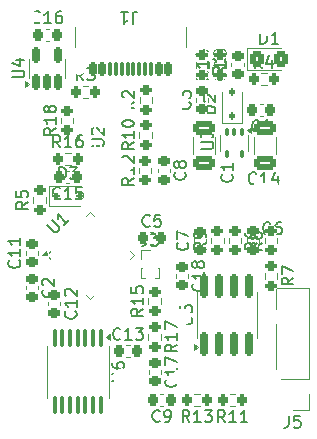
<source format=gto>
G04 #@! TF.GenerationSoftware,KiCad,Pcbnew,9.0.2*
G04 #@! TF.CreationDate,2025-12-31T10:57:56+01:00*
G04 #@! TF.ProjectId,synthmate_L432,73796e74-686d-4617-9465-5f4c3433322e,rev?*
G04 #@! TF.SameCoordinates,Original*
G04 #@! TF.FileFunction,Legend,Top*
G04 #@! TF.FilePolarity,Positive*
%FSLAX46Y46*%
G04 Gerber Fmt 4.6, Leading zero omitted, Abs format (unit mm)*
G04 Created by KiCad (PCBNEW 9.0.2) date 2025-12-31 10:57:56*
%MOMM*%
%LPD*%
G01*
G04 APERTURE LIST*
G04 Aperture macros list*
%AMRoundRect*
0 Rectangle with rounded corners*
0 $1 Rounding radius*
0 $2 $3 $4 $5 $6 $7 $8 $9 X,Y pos of 4 corners*
0 Add a 4 corners polygon primitive as box body*
4,1,4,$2,$3,$4,$5,$6,$7,$8,$9,$2,$3,0*
0 Add four circle primitives for the rounded corners*
1,1,$1+$1,$2,$3*
1,1,$1+$1,$4,$5*
1,1,$1+$1,$6,$7*
1,1,$1+$1,$8,$9*
0 Add four rect primitives between the rounded corners*
20,1,$1+$1,$2,$3,$4,$5,0*
20,1,$1+$1,$4,$5,$6,$7,0*
20,1,$1+$1,$6,$7,$8,$9,0*
20,1,$1+$1,$8,$9,$2,$3,0*%
%AMRotRect*
0 Rectangle, with rotation*
0 The origin of the aperture is its center*
0 $1 length*
0 $2 width*
0 $3 Rotation angle, in degrees counterclockwise*
0 Add horizontal line*
21,1,$1,$2,0,0,$3*%
G04 Aperture macros list end*
%ADD10C,0.150000*%
%ADD11C,0.120000*%
%ADD12C,0.000000*%
%ADD13R,1.700000X1.700000*%
%ADD14C,1.700000*%
%ADD15RoundRect,0.100000X-0.100000X0.637500X-0.100000X-0.637500X0.100000X-0.637500X0.100000X0.637500X0*%
%ADD16RoundRect,0.225000X-0.225000X-0.250000X0.225000X-0.250000X0.225000X0.250000X-0.225000X0.250000X0*%
%ADD17RoundRect,0.200000X0.200000X0.275000X-0.200000X0.275000X-0.200000X-0.275000X0.200000X-0.275000X0*%
%ADD18C,0.650000*%
%ADD19RoundRect,0.150000X0.150000X0.425000X-0.150000X0.425000X-0.150000X-0.425000X0.150000X-0.425000X0*%
%ADD20RoundRect,0.075000X0.075000X0.500000X-0.075000X0.500000X-0.075000X-0.500000X0.075000X-0.500000X0*%
%ADD21O,1.000000X2.100000*%
%ADD22O,1.000000X1.800000*%
%ADD23RoundRect,0.112500X0.112500X-0.187500X0.112500X0.187500X-0.112500X0.187500X-0.112500X-0.187500X0*%
%ADD24RoundRect,0.200000X-0.275000X0.200000X-0.275000X-0.200000X0.275000X-0.200000X0.275000X0.200000X0*%
%ADD25RoundRect,0.150000X0.150000X-0.825000X0.150000X0.825000X-0.150000X0.825000X-0.150000X-0.825000X0*%
%ADD26RoundRect,0.225000X0.225000X0.250000X-0.225000X0.250000X-0.225000X-0.250000X0.225000X-0.250000X0*%
%ADD27R,0.300000X0.704800*%
%ADD28R,0.249936X0.704850*%
%ADD29R,0.754888X0.350012*%
%ADD30RoundRect,0.112500X-0.187500X-0.112500X0.187500X-0.112500X0.187500X0.112500X-0.187500X0.112500X0*%
%ADD31RoundRect,0.225000X0.250000X-0.225000X0.250000X0.225000X-0.250000X0.225000X-0.250000X-0.225000X0*%
%ADD32RoundRect,0.100000X-0.100000X0.225000X-0.100000X-0.225000X0.100000X-0.225000X0.100000X0.225000X0*%
%ADD33RoundRect,0.225000X-0.250000X0.225000X-0.250000X-0.225000X0.250000X-0.225000X0.250000X0.225000X0*%
%ADD34RoundRect,0.200000X-0.200000X-0.275000X0.200000X-0.275000X0.200000X0.275000X-0.200000X0.275000X0*%
%ADD35RoundRect,0.200000X0.275000X-0.200000X0.275000X0.200000X-0.275000X0.200000X-0.275000X-0.200000X0*%
%ADD36RoundRect,0.150000X0.150000X-0.512500X0.150000X0.512500X-0.150000X0.512500X-0.150000X-0.512500X0*%
%ADD37RoundRect,0.250000X-0.325000X-0.450000X0.325000X-0.450000X0.325000X0.450000X-0.325000X0.450000X0*%
%ADD38RoundRect,0.250000X-0.650000X0.325000X-0.650000X-0.325000X0.650000X-0.325000X0.650000X0.325000X0*%
%ADD39RoundRect,0.062500X-0.220971X-0.309359X0.309359X0.220971X0.220971X0.309359X-0.309359X-0.220971X0*%
%ADD40RoundRect,0.062500X0.220971X-0.309359X0.309359X-0.220971X-0.220971X0.309359X-0.309359X0.220971X0*%
%ADD41RotRect,3.450000X3.450000X45.000000*%
%ADD42R,0.850000X0.850000*%
%ADD43C,0.850000*%
%ADD44C,1.000000*%
%ADD45C,1.524000*%
%ADD46R,2.000000X2.000000*%
%ADD47C,2.000000*%
%ADD48R,2.000000X3.200000*%
G04 APERTURE END LIST*
D10*
X151276666Y-107434819D02*
X151276666Y-108149104D01*
X151276666Y-108149104D02*
X151229047Y-108291961D01*
X151229047Y-108291961D02*
X151133809Y-108387200D01*
X151133809Y-108387200D02*
X150990952Y-108434819D01*
X150990952Y-108434819D02*
X150895714Y-108434819D01*
X152229047Y-107434819D02*
X151752857Y-107434819D01*
X151752857Y-107434819D02*
X151705238Y-107911009D01*
X151705238Y-107911009D02*
X151752857Y-107863390D01*
X151752857Y-107863390D02*
X151848095Y-107815771D01*
X151848095Y-107815771D02*
X152086190Y-107815771D01*
X152086190Y-107815771D02*
X152181428Y-107863390D01*
X152181428Y-107863390D02*
X152229047Y-107911009D01*
X152229047Y-107911009D02*
X152276666Y-108006247D01*
X152276666Y-108006247D02*
X152276666Y-108244342D01*
X152276666Y-108244342D02*
X152229047Y-108339580D01*
X152229047Y-108339580D02*
X152181428Y-108387200D01*
X152181428Y-108387200D02*
X152086190Y-108434819D01*
X152086190Y-108434819D02*
X151848095Y-108434819D01*
X151848095Y-108434819D02*
X151752857Y-108387200D01*
X151752857Y-108387200D02*
X151705238Y-108339580D01*
X136314819Y-104449404D02*
X137124342Y-104449404D01*
X137124342Y-104449404D02*
X137219580Y-104401785D01*
X137219580Y-104401785D02*
X137267200Y-104354166D01*
X137267200Y-104354166D02*
X137314819Y-104258928D01*
X137314819Y-104258928D02*
X137314819Y-104068452D01*
X137314819Y-104068452D02*
X137267200Y-103973214D01*
X137267200Y-103973214D02*
X137219580Y-103925595D01*
X137219580Y-103925595D02*
X137124342Y-103877976D01*
X137124342Y-103877976D02*
X136314819Y-103877976D01*
X136314819Y-102973214D02*
X136314819Y-103163690D01*
X136314819Y-103163690D02*
X136362438Y-103258928D01*
X136362438Y-103258928D02*
X136410057Y-103306547D01*
X136410057Y-103306547D02*
X136552914Y-103401785D01*
X136552914Y-103401785D02*
X136743390Y-103449404D01*
X136743390Y-103449404D02*
X137124342Y-103449404D01*
X137124342Y-103449404D02*
X137219580Y-103401785D01*
X137219580Y-103401785D02*
X137267200Y-103354166D01*
X137267200Y-103354166D02*
X137314819Y-103258928D01*
X137314819Y-103258928D02*
X137314819Y-103068452D01*
X137314819Y-103068452D02*
X137267200Y-102973214D01*
X137267200Y-102973214D02*
X137219580Y-102925595D01*
X137219580Y-102925595D02*
X137124342Y-102877976D01*
X137124342Y-102877976D02*
X136886247Y-102877976D01*
X136886247Y-102877976D02*
X136791009Y-102925595D01*
X136791009Y-102925595D02*
X136743390Y-102973214D01*
X136743390Y-102973214D02*
X136695771Y-103068452D01*
X136695771Y-103068452D02*
X136695771Y-103258928D01*
X136695771Y-103258928D02*
X136743390Y-103354166D01*
X136743390Y-103354166D02*
X136791009Y-103401785D01*
X136791009Y-103401785D02*
X136886247Y-103449404D01*
X137022142Y-100899580D02*
X136974523Y-100947200D01*
X136974523Y-100947200D02*
X136831666Y-100994819D01*
X136831666Y-100994819D02*
X136736428Y-100994819D01*
X136736428Y-100994819D02*
X136593571Y-100947200D01*
X136593571Y-100947200D02*
X136498333Y-100851961D01*
X136498333Y-100851961D02*
X136450714Y-100756723D01*
X136450714Y-100756723D02*
X136403095Y-100566247D01*
X136403095Y-100566247D02*
X136403095Y-100423390D01*
X136403095Y-100423390D02*
X136450714Y-100232914D01*
X136450714Y-100232914D02*
X136498333Y-100137676D01*
X136498333Y-100137676D02*
X136593571Y-100042438D01*
X136593571Y-100042438D02*
X136736428Y-99994819D01*
X136736428Y-99994819D02*
X136831666Y-99994819D01*
X136831666Y-99994819D02*
X136974523Y-100042438D01*
X136974523Y-100042438D02*
X137022142Y-100090057D01*
X137974523Y-100994819D02*
X137403095Y-100994819D01*
X137688809Y-100994819D02*
X137688809Y-99994819D01*
X137688809Y-99994819D02*
X137593571Y-100137676D01*
X137593571Y-100137676D02*
X137498333Y-100232914D01*
X137498333Y-100232914D02*
X137403095Y-100280533D01*
X138307857Y-99994819D02*
X138926904Y-99994819D01*
X138926904Y-99994819D02*
X138593571Y-100375771D01*
X138593571Y-100375771D02*
X138736428Y-100375771D01*
X138736428Y-100375771D02*
X138831666Y-100423390D01*
X138831666Y-100423390D02*
X138879285Y-100471009D01*
X138879285Y-100471009D02*
X138926904Y-100566247D01*
X138926904Y-100566247D02*
X138926904Y-100804342D01*
X138926904Y-100804342D02*
X138879285Y-100899580D01*
X138879285Y-100899580D02*
X138831666Y-100947200D01*
X138831666Y-100947200D02*
X138736428Y-100994819D01*
X138736428Y-100994819D02*
X138450714Y-100994819D01*
X138450714Y-100994819D02*
X138355476Y-100947200D01*
X138355476Y-100947200D02*
X138307857Y-100899580D01*
X142872142Y-107954819D02*
X142538809Y-107478628D01*
X142300714Y-107954819D02*
X142300714Y-106954819D01*
X142300714Y-106954819D02*
X142681666Y-106954819D01*
X142681666Y-106954819D02*
X142776904Y-107002438D01*
X142776904Y-107002438D02*
X142824523Y-107050057D01*
X142824523Y-107050057D02*
X142872142Y-107145295D01*
X142872142Y-107145295D02*
X142872142Y-107288152D01*
X142872142Y-107288152D02*
X142824523Y-107383390D01*
X142824523Y-107383390D02*
X142776904Y-107431009D01*
X142776904Y-107431009D02*
X142681666Y-107478628D01*
X142681666Y-107478628D02*
X142300714Y-107478628D01*
X143824523Y-107954819D02*
X143253095Y-107954819D01*
X143538809Y-107954819D02*
X143538809Y-106954819D01*
X143538809Y-106954819D02*
X143443571Y-107097676D01*
X143443571Y-107097676D02*
X143348333Y-107192914D01*
X143348333Y-107192914D02*
X143253095Y-107240533D01*
X144157857Y-106954819D02*
X144776904Y-106954819D01*
X144776904Y-106954819D02*
X144443571Y-107335771D01*
X144443571Y-107335771D02*
X144586428Y-107335771D01*
X144586428Y-107335771D02*
X144681666Y-107383390D01*
X144681666Y-107383390D02*
X144729285Y-107431009D01*
X144729285Y-107431009D02*
X144776904Y-107526247D01*
X144776904Y-107526247D02*
X144776904Y-107764342D01*
X144776904Y-107764342D02*
X144729285Y-107859580D01*
X144729285Y-107859580D02*
X144681666Y-107907200D01*
X144681666Y-107907200D02*
X144586428Y-107954819D01*
X144586428Y-107954819D02*
X144300714Y-107954819D01*
X144300714Y-107954819D02*
X144205476Y-107907200D01*
X144205476Y-107907200D02*
X144157857Y-107859580D01*
X138073333Y-74225180D02*
X138073333Y-73510895D01*
X138073333Y-73510895D02*
X138120952Y-73368038D01*
X138120952Y-73368038D02*
X138216190Y-73272800D01*
X138216190Y-73272800D02*
X138359047Y-73225180D01*
X138359047Y-73225180D02*
X138454285Y-73225180D01*
X137073333Y-73225180D02*
X137644761Y-73225180D01*
X137359047Y-73225180D02*
X137359047Y-74225180D01*
X137359047Y-74225180D02*
X137454285Y-74082323D01*
X137454285Y-74082323D02*
X137549523Y-73987085D01*
X137549523Y-73987085D02*
X137644761Y-73939466D01*
X145074819Y-81778094D02*
X144074819Y-81778094D01*
X144074819Y-81778094D02*
X144074819Y-81539999D01*
X144074819Y-81539999D02*
X144122438Y-81397142D01*
X144122438Y-81397142D02*
X144217676Y-81301904D01*
X144217676Y-81301904D02*
X144312914Y-81254285D01*
X144312914Y-81254285D02*
X144503390Y-81206666D01*
X144503390Y-81206666D02*
X144646247Y-81206666D01*
X144646247Y-81206666D02*
X144836723Y-81254285D01*
X144836723Y-81254285D02*
X144931961Y-81301904D01*
X144931961Y-81301904D02*
X145027200Y-81397142D01*
X145027200Y-81397142D02*
X145074819Y-81539999D01*
X145074819Y-81539999D02*
X145074819Y-81778094D01*
X144170057Y-80825713D02*
X144122438Y-80778094D01*
X144122438Y-80778094D02*
X144074819Y-80682856D01*
X144074819Y-80682856D02*
X144074819Y-80444761D01*
X144074819Y-80444761D02*
X144122438Y-80349523D01*
X144122438Y-80349523D02*
X144170057Y-80301904D01*
X144170057Y-80301904D02*
X144265295Y-80254285D01*
X144265295Y-80254285D02*
X144360533Y-80254285D01*
X144360533Y-80254285D02*
X144503390Y-80301904D01*
X144503390Y-80301904D02*
X145074819Y-80873332D01*
X145074819Y-80873332D02*
X145074819Y-80254285D01*
X148614819Y-92771666D02*
X148138628Y-93104999D01*
X148614819Y-93343094D02*
X147614819Y-93343094D01*
X147614819Y-93343094D02*
X147614819Y-92962142D01*
X147614819Y-92962142D02*
X147662438Y-92866904D01*
X147662438Y-92866904D02*
X147710057Y-92819285D01*
X147710057Y-92819285D02*
X147805295Y-92771666D01*
X147805295Y-92771666D02*
X147948152Y-92771666D01*
X147948152Y-92771666D02*
X148043390Y-92819285D01*
X148043390Y-92819285D02*
X148091009Y-92866904D01*
X148091009Y-92866904D02*
X148138628Y-92962142D01*
X148138628Y-92962142D02*
X148138628Y-93343094D01*
X147614819Y-91914523D02*
X147614819Y-92104999D01*
X147614819Y-92104999D02*
X147662438Y-92200237D01*
X147662438Y-92200237D02*
X147710057Y-92247856D01*
X147710057Y-92247856D02*
X147852914Y-92343094D01*
X147852914Y-92343094D02*
X148043390Y-92390713D01*
X148043390Y-92390713D02*
X148424342Y-92390713D01*
X148424342Y-92390713D02*
X148519580Y-92343094D01*
X148519580Y-92343094D02*
X148567200Y-92295475D01*
X148567200Y-92295475D02*
X148614819Y-92200237D01*
X148614819Y-92200237D02*
X148614819Y-92009761D01*
X148614819Y-92009761D02*
X148567200Y-91914523D01*
X148567200Y-91914523D02*
X148519580Y-91866904D01*
X148519580Y-91866904D02*
X148424342Y-91819285D01*
X148424342Y-91819285D02*
X148186247Y-91819285D01*
X148186247Y-91819285D02*
X148091009Y-91866904D01*
X148091009Y-91866904D02*
X148043390Y-91914523D01*
X148043390Y-91914523D02*
X147995771Y-92009761D01*
X147995771Y-92009761D02*
X147995771Y-92200237D01*
X147995771Y-92200237D02*
X148043390Y-92295475D01*
X148043390Y-92295475D02*
X148091009Y-92343094D01*
X148091009Y-92343094D02*
X148186247Y-92390713D01*
X142099819Y-99656904D02*
X142909342Y-99656904D01*
X142909342Y-99656904D02*
X143004580Y-99609285D01*
X143004580Y-99609285D02*
X143052200Y-99561666D01*
X143052200Y-99561666D02*
X143099819Y-99466428D01*
X143099819Y-99466428D02*
X143099819Y-99275952D01*
X143099819Y-99275952D02*
X143052200Y-99180714D01*
X143052200Y-99180714D02*
X143004580Y-99133095D01*
X143004580Y-99133095D02*
X142909342Y-99085476D01*
X142909342Y-99085476D02*
X142099819Y-99085476D01*
X142099819Y-98133095D02*
X142099819Y-98609285D01*
X142099819Y-98609285D02*
X142576009Y-98656904D01*
X142576009Y-98656904D02*
X142528390Y-98609285D01*
X142528390Y-98609285D02*
X142480771Y-98514047D01*
X142480771Y-98514047D02*
X142480771Y-98275952D01*
X142480771Y-98275952D02*
X142528390Y-98180714D01*
X142528390Y-98180714D02*
X142576009Y-98133095D01*
X142576009Y-98133095D02*
X142671247Y-98085476D01*
X142671247Y-98085476D02*
X142909342Y-98085476D01*
X142909342Y-98085476D02*
X143004580Y-98133095D01*
X143004580Y-98133095D02*
X143052200Y-98180714D01*
X143052200Y-98180714D02*
X143099819Y-98275952D01*
X143099819Y-98275952D02*
X143099819Y-98514047D01*
X143099819Y-98514047D02*
X143052200Y-98609285D01*
X143052200Y-98609285D02*
X143004580Y-98656904D01*
X131919642Y-88989580D02*
X131872023Y-89037200D01*
X131872023Y-89037200D02*
X131729166Y-89084819D01*
X131729166Y-89084819D02*
X131633928Y-89084819D01*
X131633928Y-89084819D02*
X131491071Y-89037200D01*
X131491071Y-89037200D02*
X131395833Y-88941961D01*
X131395833Y-88941961D02*
X131348214Y-88846723D01*
X131348214Y-88846723D02*
X131300595Y-88656247D01*
X131300595Y-88656247D02*
X131300595Y-88513390D01*
X131300595Y-88513390D02*
X131348214Y-88322914D01*
X131348214Y-88322914D02*
X131395833Y-88227676D01*
X131395833Y-88227676D02*
X131491071Y-88132438D01*
X131491071Y-88132438D02*
X131633928Y-88084819D01*
X131633928Y-88084819D02*
X131729166Y-88084819D01*
X131729166Y-88084819D02*
X131872023Y-88132438D01*
X131872023Y-88132438D02*
X131919642Y-88180057D01*
X132872023Y-89084819D02*
X132300595Y-89084819D01*
X132586309Y-89084819D02*
X132586309Y-88084819D01*
X132586309Y-88084819D02*
X132491071Y-88227676D01*
X132491071Y-88227676D02*
X132395833Y-88322914D01*
X132395833Y-88322914D02*
X132300595Y-88370533D01*
X133776785Y-88084819D02*
X133300595Y-88084819D01*
X133300595Y-88084819D02*
X133252976Y-88561009D01*
X133252976Y-88561009D02*
X133300595Y-88513390D01*
X133300595Y-88513390D02*
X133395833Y-88465771D01*
X133395833Y-88465771D02*
X133633928Y-88465771D01*
X133633928Y-88465771D02*
X133729166Y-88513390D01*
X133729166Y-88513390D02*
X133776785Y-88561009D01*
X133776785Y-88561009D02*
X133824404Y-88656247D01*
X133824404Y-88656247D02*
X133824404Y-88894342D01*
X133824404Y-88894342D02*
X133776785Y-88989580D01*
X133776785Y-88989580D02*
X133729166Y-89037200D01*
X133729166Y-89037200D02*
X133633928Y-89084819D01*
X133633928Y-89084819D02*
X133395833Y-89084819D01*
X133395833Y-89084819D02*
X133300595Y-89037200D01*
X133300595Y-89037200D02*
X133252976Y-88989580D01*
X134604819Y-84594504D02*
X135414342Y-84594504D01*
X135414342Y-84594504D02*
X135509580Y-84546885D01*
X135509580Y-84546885D02*
X135557200Y-84499266D01*
X135557200Y-84499266D02*
X135604819Y-84404028D01*
X135604819Y-84404028D02*
X135604819Y-84213552D01*
X135604819Y-84213552D02*
X135557200Y-84118314D01*
X135557200Y-84118314D02*
X135509580Y-84070695D01*
X135509580Y-84070695D02*
X135414342Y-84023076D01*
X135414342Y-84023076D02*
X134604819Y-84023076D01*
X134700057Y-83594504D02*
X134652438Y-83546885D01*
X134652438Y-83546885D02*
X134604819Y-83451647D01*
X134604819Y-83451647D02*
X134604819Y-83213552D01*
X134604819Y-83213552D02*
X134652438Y-83118314D01*
X134652438Y-83118314D02*
X134700057Y-83070695D01*
X134700057Y-83070695D02*
X134795295Y-83023076D01*
X134795295Y-83023076D02*
X134890533Y-83023076D01*
X134890533Y-83023076D02*
X135033390Y-83070695D01*
X135033390Y-83070695D02*
X135604819Y-83642123D01*
X135604819Y-83642123D02*
X135604819Y-83023076D01*
X131851905Y-87394819D02*
X131851905Y-86394819D01*
X131851905Y-86394819D02*
X132090000Y-86394819D01*
X132090000Y-86394819D02*
X132232857Y-86442438D01*
X132232857Y-86442438D02*
X132328095Y-86537676D01*
X132328095Y-86537676D02*
X132375714Y-86632914D01*
X132375714Y-86632914D02*
X132423333Y-86823390D01*
X132423333Y-86823390D02*
X132423333Y-86966247D01*
X132423333Y-86966247D02*
X132375714Y-87156723D01*
X132375714Y-87156723D02*
X132328095Y-87251961D01*
X132328095Y-87251961D02*
X132232857Y-87347200D01*
X132232857Y-87347200D02*
X132090000Y-87394819D01*
X132090000Y-87394819D02*
X131851905Y-87394819D01*
X132756667Y-86394819D02*
X133375714Y-86394819D01*
X133375714Y-86394819D02*
X133042381Y-86775771D01*
X133042381Y-86775771D02*
X133185238Y-86775771D01*
X133185238Y-86775771D02*
X133280476Y-86823390D01*
X133280476Y-86823390D02*
X133328095Y-86871009D01*
X133328095Y-86871009D02*
X133375714Y-86966247D01*
X133375714Y-86966247D02*
X133375714Y-87204342D01*
X133375714Y-87204342D02*
X133328095Y-87299580D01*
X133328095Y-87299580D02*
X133280476Y-87347200D01*
X133280476Y-87347200D02*
X133185238Y-87394819D01*
X133185238Y-87394819D02*
X132899524Y-87394819D01*
X132899524Y-87394819D02*
X132804286Y-87347200D01*
X132804286Y-87347200D02*
X132756667Y-87299580D01*
X145869580Y-78357857D02*
X145917200Y-78405476D01*
X145917200Y-78405476D02*
X145964819Y-78548333D01*
X145964819Y-78548333D02*
X145964819Y-78643571D01*
X145964819Y-78643571D02*
X145917200Y-78786428D01*
X145917200Y-78786428D02*
X145821961Y-78881666D01*
X145821961Y-78881666D02*
X145726723Y-78929285D01*
X145726723Y-78929285D02*
X145536247Y-78976904D01*
X145536247Y-78976904D02*
X145393390Y-78976904D01*
X145393390Y-78976904D02*
X145202914Y-78929285D01*
X145202914Y-78929285D02*
X145107676Y-78881666D01*
X145107676Y-78881666D02*
X145012438Y-78786428D01*
X145012438Y-78786428D02*
X144964819Y-78643571D01*
X144964819Y-78643571D02*
X144964819Y-78548333D01*
X144964819Y-78548333D02*
X145012438Y-78405476D01*
X145012438Y-78405476D02*
X145060057Y-78357857D01*
X145964819Y-77405476D02*
X145964819Y-77976904D01*
X145964819Y-77691190D02*
X144964819Y-77691190D01*
X144964819Y-77691190D02*
X145107676Y-77786428D01*
X145107676Y-77786428D02*
X145202914Y-77881666D01*
X145202914Y-77881666D02*
X145250533Y-77976904D01*
X144964819Y-76786428D02*
X144964819Y-76691190D01*
X144964819Y-76691190D02*
X145012438Y-76595952D01*
X145012438Y-76595952D02*
X145060057Y-76548333D01*
X145060057Y-76548333D02*
X145155295Y-76500714D01*
X145155295Y-76500714D02*
X145345771Y-76453095D01*
X145345771Y-76453095D02*
X145583866Y-76453095D01*
X145583866Y-76453095D02*
X145774342Y-76500714D01*
X145774342Y-76500714D02*
X145869580Y-76548333D01*
X145869580Y-76548333D02*
X145917200Y-76595952D01*
X145917200Y-76595952D02*
X145964819Y-76691190D01*
X145964819Y-76691190D02*
X145964819Y-76786428D01*
X145964819Y-76786428D02*
X145917200Y-76881666D01*
X145917200Y-76881666D02*
X145869580Y-76929285D01*
X145869580Y-76929285D02*
X145774342Y-76976904D01*
X145774342Y-76976904D02*
X145583866Y-77024523D01*
X145583866Y-77024523D02*
X145345771Y-77024523D01*
X145345771Y-77024523D02*
X145155295Y-76976904D01*
X145155295Y-76976904D02*
X145060057Y-76929285D01*
X145060057Y-76929285D02*
X145012438Y-76881666D01*
X145012438Y-76881666D02*
X144964819Y-76786428D01*
X143879819Y-84811904D02*
X144689342Y-84811904D01*
X144689342Y-84811904D02*
X144784580Y-84764285D01*
X144784580Y-84764285D02*
X144832200Y-84716666D01*
X144832200Y-84716666D02*
X144879819Y-84621428D01*
X144879819Y-84621428D02*
X144879819Y-84430952D01*
X144879819Y-84430952D02*
X144832200Y-84335714D01*
X144832200Y-84335714D02*
X144784580Y-84288095D01*
X144784580Y-84288095D02*
X144689342Y-84240476D01*
X144689342Y-84240476D02*
X143879819Y-84240476D01*
X143879819Y-83859523D02*
X143879819Y-83240476D01*
X143879819Y-83240476D02*
X144260771Y-83573809D01*
X144260771Y-83573809D02*
X144260771Y-83430952D01*
X144260771Y-83430952D02*
X144308390Y-83335714D01*
X144308390Y-83335714D02*
X144356009Y-83288095D01*
X144356009Y-83288095D02*
X144451247Y-83240476D01*
X144451247Y-83240476D02*
X144689342Y-83240476D01*
X144689342Y-83240476D02*
X144784580Y-83288095D01*
X144784580Y-83288095D02*
X144832200Y-83335714D01*
X144832200Y-83335714D02*
X144879819Y-83430952D01*
X144879819Y-83430952D02*
X144879819Y-83716666D01*
X144879819Y-83716666D02*
X144832200Y-83811904D01*
X144832200Y-83811904D02*
X144784580Y-83859523D01*
X145872142Y-107974819D02*
X145538809Y-107498628D01*
X145300714Y-107974819D02*
X145300714Y-106974819D01*
X145300714Y-106974819D02*
X145681666Y-106974819D01*
X145681666Y-106974819D02*
X145776904Y-107022438D01*
X145776904Y-107022438D02*
X145824523Y-107070057D01*
X145824523Y-107070057D02*
X145872142Y-107165295D01*
X145872142Y-107165295D02*
X145872142Y-107308152D01*
X145872142Y-107308152D02*
X145824523Y-107403390D01*
X145824523Y-107403390D02*
X145776904Y-107451009D01*
X145776904Y-107451009D02*
X145681666Y-107498628D01*
X145681666Y-107498628D02*
X145300714Y-107498628D01*
X146824523Y-107974819D02*
X146253095Y-107974819D01*
X146538809Y-107974819D02*
X146538809Y-106974819D01*
X146538809Y-106974819D02*
X146443571Y-107117676D01*
X146443571Y-107117676D02*
X146348333Y-107212914D01*
X146348333Y-107212914D02*
X146253095Y-107260533D01*
X147776904Y-107974819D02*
X147205476Y-107974819D01*
X147491190Y-107974819D02*
X147491190Y-106974819D01*
X147491190Y-106974819D02*
X147395952Y-107117676D01*
X147395952Y-107117676D02*
X147300714Y-107212914D01*
X147300714Y-107212914D02*
X147205476Y-107260533D01*
X149723333Y-91959580D02*
X149675714Y-92007200D01*
X149675714Y-92007200D02*
X149532857Y-92054819D01*
X149532857Y-92054819D02*
X149437619Y-92054819D01*
X149437619Y-92054819D02*
X149294762Y-92007200D01*
X149294762Y-92007200D02*
X149199524Y-91911961D01*
X149199524Y-91911961D02*
X149151905Y-91816723D01*
X149151905Y-91816723D02*
X149104286Y-91626247D01*
X149104286Y-91626247D02*
X149104286Y-91483390D01*
X149104286Y-91483390D02*
X149151905Y-91292914D01*
X149151905Y-91292914D02*
X149199524Y-91197676D01*
X149199524Y-91197676D02*
X149294762Y-91102438D01*
X149294762Y-91102438D02*
X149437619Y-91054819D01*
X149437619Y-91054819D02*
X149532857Y-91054819D01*
X149532857Y-91054819D02*
X149675714Y-91102438D01*
X149675714Y-91102438D02*
X149723333Y-91150057D01*
X150580476Y-91054819D02*
X150390000Y-91054819D01*
X150390000Y-91054819D02*
X150294762Y-91102438D01*
X150294762Y-91102438D02*
X150247143Y-91150057D01*
X150247143Y-91150057D02*
X150151905Y-91292914D01*
X150151905Y-91292914D02*
X150104286Y-91483390D01*
X150104286Y-91483390D02*
X150104286Y-91864342D01*
X150104286Y-91864342D02*
X150151905Y-91959580D01*
X150151905Y-91959580D02*
X150199524Y-92007200D01*
X150199524Y-92007200D02*
X150294762Y-92054819D01*
X150294762Y-92054819D02*
X150485238Y-92054819D01*
X150485238Y-92054819D02*
X150580476Y-92007200D01*
X150580476Y-92007200D02*
X150628095Y-91959580D01*
X150628095Y-91959580D02*
X150675714Y-91864342D01*
X150675714Y-91864342D02*
X150675714Y-91626247D01*
X150675714Y-91626247D02*
X150628095Y-91531009D01*
X150628095Y-91531009D02*
X150580476Y-91483390D01*
X150580476Y-91483390D02*
X150485238Y-91435771D01*
X150485238Y-91435771D02*
X150294762Y-91435771D01*
X150294762Y-91435771D02*
X150199524Y-91483390D01*
X150199524Y-91483390D02*
X150151905Y-91531009D01*
X150151905Y-91531009D02*
X150104286Y-91626247D01*
X133219580Y-98582857D02*
X133267200Y-98630476D01*
X133267200Y-98630476D02*
X133314819Y-98773333D01*
X133314819Y-98773333D02*
X133314819Y-98868571D01*
X133314819Y-98868571D02*
X133267200Y-99011428D01*
X133267200Y-99011428D02*
X133171961Y-99106666D01*
X133171961Y-99106666D02*
X133076723Y-99154285D01*
X133076723Y-99154285D02*
X132886247Y-99201904D01*
X132886247Y-99201904D02*
X132743390Y-99201904D01*
X132743390Y-99201904D02*
X132552914Y-99154285D01*
X132552914Y-99154285D02*
X132457676Y-99106666D01*
X132457676Y-99106666D02*
X132362438Y-99011428D01*
X132362438Y-99011428D02*
X132314819Y-98868571D01*
X132314819Y-98868571D02*
X132314819Y-98773333D01*
X132314819Y-98773333D02*
X132362438Y-98630476D01*
X132362438Y-98630476D02*
X132410057Y-98582857D01*
X133314819Y-97630476D02*
X133314819Y-98201904D01*
X133314819Y-97916190D02*
X132314819Y-97916190D01*
X132314819Y-97916190D02*
X132457676Y-98011428D01*
X132457676Y-98011428D02*
X132552914Y-98106666D01*
X132552914Y-98106666D02*
X132600533Y-98201904D01*
X132410057Y-97249523D02*
X132362438Y-97201904D01*
X132362438Y-97201904D02*
X132314819Y-97106666D01*
X132314819Y-97106666D02*
X132314819Y-96868571D01*
X132314819Y-96868571D02*
X132362438Y-96773333D01*
X132362438Y-96773333D02*
X132410057Y-96725714D01*
X132410057Y-96725714D02*
X132505295Y-96678095D01*
X132505295Y-96678095D02*
X132600533Y-96678095D01*
X132600533Y-96678095D02*
X132743390Y-96725714D01*
X132743390Y-96725714D02*
X133314819Y-97297142D01*
X133314819Y-97297142D02*
X133314819Y-96678095D01*
X145854819Y-77881666D02*
X145378628Y-78214999D01*
X145854819Y-78453094D02*
X144854819Y-78453094D01*
X144854819Y-78453094D02*
X144854819Y-78072142D01*
X144854819Y-78072142D02*
X144902438Y-77976904D01*
X144902438Y-77976904D02*
X144950057Y-77929285D01*
X144950057Y-77929285D02*
X145045295Y-77881666D01*
X145045295Y-77881666D02*
X145188152Y-77881666D01*
X145188152Y-77881666D02*
X145283390Y-77929285D01*
X145283390Y-77929285D02*
X145331009Y-77976904D01*
X145331009Y-77976904D02*
X145378628Y-78072142D01*
X145378628Y-78072142D02*
X145378628Y-78453094D01*
X145854819Y-76929285D02*
X145854819Y-77500713D01*
X145854819Y-77214999D02*
X144854819Y-77214999D01*
X144854819Y-77214999D02*
X144997676Y-77310237D01*
X144997676Y-77310237D02*
X145092914Y-77405475D01*
X145092914Y-77405475D02*
X145140533Y-77500713D01*
X133888333Y-79014819D02*
X133555000Y-78538628D01*
X133316905Y-79014819D02*
X133316905Y-78014819D01*
X133316905Y-78014819D02*
X133697857Y-78014819D01*
X133697857Y-78014819D02*
X133793095Y-78062438D01*
X133793095Y-78062438D02*
X133840714Y-78110057D01*
X133840714Y-78110057D02*
X133888333Y-78205295D01*
X133888333Y-78205295D02*
X133888333Y-78348152D01*
X133888333Y-78348152D02*
X133840714Y-78443390D01*
X133840714Y-78443390D02*
X133793095Y-78491009D01*
X133793095Y-78491009D02*
X133697857Y-78538628D01*
X133697857Y-78538628D02*
X133316905Y-78538628D01*
X134221667Y-78014819D02*
X134840714Y-78014819D01*
X134840714Y-78014819D02*
X134507381Y-78395771D01*
X134507381Y-78395771D02*
X134650238Y-78395771D01*
X134650238Y-78395771D02*
X134745476Y-78443390D01*
X134745476Y-78443390D02*
X134793095Y-78491009D01*
X134793095Y-78491009D02*
X134840714Y-78586247D01*
X134840714Y-78586247D02*
X134840714Y-78824342D01*
X134840714Y-78824342D02*
X134793095Y-78919580D01*
X134793095Y-78919580D02*
X134745476Y-78967200D01*
X134745476Y-78967200D02*
X134650238Y-79014819D01*
X134650238Y-79014819D02*
X134364524Y-79014819D01*
X134364524Y-79014819D02*
X134269286Y-78967200D01*
X134269286Y-78967200D02*
X134221667Y-78919580D01*
X138944819Y-98377857D02*
X138468628Y-98711190D01*
X138944819Y-98949285D02*
X137944819Y-98949285D01*
X137944819Y-98949285D02*
X137944819Y-98568333D01*
X137944819Y-98568333D02*
X137992438Y-98473095D01*
X137992438Y-98473095D02*
X138040057Y-98425476D01*
X138040057Y-98425476D02*
X138135295Y-98377857D01*
X138135295Y-98377857D02*
X138278152Y-98377857D01*
X138278152Y-98377857D02*
X138373390Y-98425476D01*
X138373390Y-98425476D02*
X138421009Y-98473095D01*
X138421009Y-98473095D02*
X138468628Y-98568333D01*
X138468628Y-98568333D02*
X138468628Y-98949285D01*
X138944819Y-97425476D02*
X138944819Y-97996904D01*
X138944819Y-97711190D02*
X137944819Y-97711190D01*
X137944819Y-97711190D02*
X138087676Y-97806428D01*
X138087676Y-97806428D02*
X138182914Y-97901666D01*
X138182914Y-97901666D02*
X138230533Y-97996904D01*
X137944819Y-96520714D02*
X137944819Y-96996904D01*
X137944819Y-96996904D02*
X138421009Y-97044523D01*
X138421009Y-97044523D02*
X138373390Y-96996904D01*
X138373390Y-96996904D02*
X138325771Y-96901666D01*
X138325771Y-96901666D02*
X138325771Y-96663571D01*
X138325771Y-96663571D02*
X138373390Y-96568333D01*
X138373390Y-96568333D02*
X138421009Y-96520714D01*
X138421009Y-96520714D02*
X138516247Y-96473095D01*
X138516247Y-96473095D02*
X138754342Y-96473095D01*
X138754342Y-96473095D02*
X138849580Y-96520714D01*
X138849580Y-96520714D02*
X138897200Y-96568333D01*
X138897200Y-96568333D02*
X138944819Y-96663571D01*
X138944819Y-96663571D02*
X138944819Y-96901666D01*
X138944819Y-96901666D02*
X138897200Y-96996904D01*
X138897200Y-96996904D02*
X138849580Y-97044523D01*
X129204819Y-89311666D02*
X128728628Y-89644999D01*
X129204819Y-89883094D02*
X128204819Y-89883094D01*
X128204819Y-89883094D02*
X128204819Y-89502142D01*
X128204819Y-89502142D02*
X128252438Y-89406904D01*
X128252438Y-89406904D02*
X128300057Y-89359285D01*
X128300057Y-89359285D02*
X128395295Y-89311666D01*
X128395295Y-89311666D02*
X128538152Y-89311666D01*
X128538152Y-89311666D02*
X128633390Y-89359285D01*
X128633390Y-89359285D02*
X128681009Y-89406904D01*
X128681009Y-89406904D02*
X128728628Y-89502142D01*
X128728628Y-89502142D02*
X128728628Y-89883094D01*
X128204819Y-88406904D02*
X128204819Y-88883094D01*
X128204819Y-88883094D02*
X128681009Y-88930713D01*
X128681009Y-88930713D02*
X128633390Y-88883094D01*
X128633390Y-88883094D02*
X128585771Y-88787856D01*
X128585771Y-88787856D02*
X128585771Y-88549761D01*
X128585771Y-88549761D02*
X128633390Y-88454523D01*
X128633390Y-88454523D02*
X128681009Y-88406904D01*
X128681009Y-88406904D02*
X128776247Y-88359285D01*
X128776247Y-88359285D02*
X129014342Y-88359285D01*
X129014342Y-88359285D02*
X129109580Y-88406904D01*
X129109580Y-88406904D02*
X129157200Y-88454523D01*
X129157200Y-88454523D02*
X129204819Y-88549761D01*
X129204819Y-88549761D02*
X129204819Y-88787856D01*
X129204819Y-88787856D02*
X129157200Y-88883094D01*
X129157200Y-88883094D02*
X129109580Y-88930713D01*
X128449580Y-94277857D02*
X128497200Y-94325476D01*
X128497200Y-94325476D02*
X128544819Y-94468333D01*
X128544819Y-94468333D02*
X128544819Y-94563571D01*
X128544819Y-94563571D02*
X128497200Y-94706428D01*
X128497200Y-94706428D02*
X128401961Y-94801666D01*
X128401961Y-94801666D02*
X128306723Y-94849285D01*
X128306723Y-94849285D02*
X128116247Y-94896904D01*
X128116247Y-94896904D02*
X127973390Y-94896904D01*
X127973390Y-94896904D02*
X127782914Y-94849285D01*
X127782914Y-94849285D02*
X127687676Y-94801666D01*
X127687676Y-94801666D02*
X127592438Y-94706428D01*
X127592438Y-94706428D02*
X127544819Y-94563571D01*
X127544819Y-94563571D02*
X127544819Y-94468333D01*
X127544819Y-94468333D02*
X127592438Y-94325476D01*
X127592438Y-94325476D02*
X127640057Y-94277857D01*
X128544819Y-93325476D02*
X128544819Y-93896904D01*
X128544819Y-93611190D02*
X127544819Y-93611190D01*
X127544819Y-93611190D02*
X127687676Y-93706428D01*
X127687676Y-93706428D02*
X127782914Y-93801666D01*
X127782914Y-93801666D02*
X127830533Y-93896904D01*
X128544819Y-92373095D02*
X128544819Y-92944523D01*
X128544819Y-92658809D02*
X127544819Y-92658809D01*
X127544819Y-92658809D02*
X127687676Y-92754047D01*
X127687676Y-92754047D02*
X127782914Y-92849285D01*
X127782914Y-92849285D02*
X127830533Y-92944523D01*
X144474819Y-78352857D02*
X143998628Y-78686190D01*
X144474819Y-78924285D02*
X143474819Y-78924285D01*
X143474819Y-78924285D02*
X143474819Y-78543333D01*
X143474819Y-78543333D02*
X143522438Y-78448095D01*
X143522438Y-78448095D02*
X143570057Y-78400476D01*
X143570057Y-78400476D02*
X143665295Y-78352857D01*
X143665295Y-78352857D02*
X143808152Y-78352857D01*
X143808152Y-78352857D02*
X143903390Y-78400476D01*
X143903390Y-78400476D02*
X143951009Y-78448095D01*
X143951009Y-78448095D02*
X143998628Y-78543333D01*
X143998628Y-78543333D02*
X143998628Y-78924285D01*
X144474819Y-77400476D02*
X144474819Y-77971904D01*
X144474819Y-77686190D02*
X143474819Y-77686190D01*
X143474819Y-77686190D02*
X143617676Y-77781428D01*
X143617676Y-77781428D02*
X143712914Y-77876666D01*
X143712914Y-77876666D02*
X143760533Y-77971904D01*
X143808152Y-76543333D02*
X144474819Y-76543333D01*
X143427200Y-76781428D02*
X144141485Y-77019523D01*
X144141485Y-77019523D02*
X144141485Y-76400476D01*
X139513333Y-91329580D02*
X139465714Y-91377200D01*
X139465714Y-91377200D02*
X139322857Y-91424819D01*
X139322857Y-91424819D02*
X139227619Y-91424819D01*
X139227619Y-91424819D02*
X139084762Y-91377200D01*
X139084762Y-91377200D02*
X138989524Y-91281961D01*
X138989524Y-91281961D02*
X138941905Y-91186723D01*
X138941905Y-91186723D02*
X138894286Y-90996247D01*
X138894286Y-90996247D02*
X138894286Y-90853390D01*
X138894286Y-90853390D02*
X138941905Y-90662914D01*
X138941905Y-90662914D02*
X138989524Y-90567676D01*
X138989524Y-90567676D02*
X139084762Y-90472438D01*
X139084762Y-90472438D02*
X139227619Y-90424819D01*
X139227619Y-90424819D02*
X139322857Y-90424819D01*
X139322857Y-90424819D02*
X139465714Y-90472438D01*
X139465714Y-90472438D02*
X139513333Y-90520057D01*
X140418095Y-90424819D02*
X139941905Y-90424819D01*
X139941905Y-90424819D02*
X139894286Y-90901009D01*
X139894286Y-90901009D02*
X139941905Y-90853390D01*
X139941905Y-90853390D02*
X140037143Y-90805771D01*
X140037143Y-90805771D02*
X140275238Y-90805771D01*
X140275238Y-90805771D02*
X140370476Y-90853390D01*
X140370476Y-90853390D02*
X140418095Y-90901009D01*
X140418095Y-90901009D02*
X140465714Y-90996247D01*
X140465714Y-90996247D02*
X140465714Y-91234342D01*
X140465714Y-91234342D02*
X140418095Y-91329580D01*
X140418095Y-91329580D02*
X140370476Y-91377200D01*
X140370476Y-91377200D02*
X140275238Y-91424819D01*
X140275238Y-91424819D02*
X140037143Y-91424819D01*
X140037143Y-91424819D02*
X139941905Y-91377200D01*
X139941905Y-91377200D02*
X139894286Y-91329580D01*
X144019580Y-96237857D02*
X144067200Y-96285476D01*
X144067200Y-96285476D02*
X144114819Y-96428333D01*
X144114819Y-96428333D02*
X144114819Y-96523571D01*
X144114819Y-96523571D02*
X144067200Y-96666428D01*
X144067200Y-96666428D02*
X143971961Y-96761666D01*
X143971961Y-96761666D02*
X143876723Y-96809285D01*
X143876723Y-96809285D02*
X143686247Y-96856904D01*
X143686247Y-96856904D02*
X143543390Y-96856904D01*
X143543390Y-96856904D02*
X143352914Y-96809285D01*
X143352914Y-96809285D02*
X143257676Y-96761666D01*
X143257676Y-96761666D02*
X143162438Y-96666428D01*
X143162438Y-96666428D02*
X143114819Y-96523571D01*
X143114819Y-96523571D02*
X143114819Y-96428333D01*
X143114819Y-96428333D02*
X143162438Y-96285476D01*
X143162438Y-96285476D02*
X143210057Y-96237857D01*
X144114819Y-95285476D02*
X144114819Y-95856904D01*
X144114819Y-95571190D02*
X143114819Y-95571190D01*
X143114819Y-95571190D02*
X143257676Y-95666428D01*
X143257676Y-95666428D02*
X143352914Y-95761666D01*
X143352914Y-95761666D02*
X143400533Y-95856904D01*
X143543390Y-94714047D02*
X143495771Y-94809285D01*
X143495771Y-94809285D02*
X143448152Y-94856904D01*
X143448152Y-94856904D02*
X143352914Y-94904523D01*
X143352914Y-94904523D02*
X143305295Y-94904523D01*
X143305295Y-94904523D02*
X143210057Y-94856904D01*
X143210057Y-94856904D02*
X143162438Y-94809285D01*
X143162438Y-94809285D02*
X143114819Y-94714047D01*
X143114819Y-94714047D02*
X143114819Y-94523571D01*
X143114819Y-94523571D02*
X143162438Y-94428333D01*
X143162438Y-94428333D02*
X143210057Y-94380714D01*
X143210057Y-94380714D02*
X143305295Y-94333095D01*
X143305295Y-94333095D02*
X143352914Y-94333095D01*
X143352914Y-94333095D02*
X143448152Y-94380714D01*
X143448152Y-94380714D02*
X143495771Y-94428333D01*
X143495771Y-94428333D02*
X143543390Y-94523571D01*
X143543390Y-94523571D02*
X143543390Y-94714047D01*
X143543390Y-94714047D02*
X143591009Y-94809285D01*
X143591009Y-94809285D02*
X143638628Y-94856904D01*
X143638628Y-94856904D02*
X143733866Y-94904523D01*
X143733866Y-94904523D02*
X143924342Y-94904523D01*
X143924342Y-94904523D02*
X144019580Y-94856904D01*
X144019580Y-94856904D02*
X144067200Y-94809285D01*
X144067200Y-94809285D02*
X144114819Y-94714047D01*
X144114819Y-94714047D02*
X144114819Y-94523571D01*
X144114819Y-94523571D02*
X144067200Y-94428333D01*
X144067200Y-94428333D02*
X144019580Y-94380714D01*
X144019580Y-94380714D02*
X143924342Y-94333095D01*
X143924342Y-94333095D02*
X143733866Y-94333095D01*
X143733866Y-94333095D02*
X143638628Y-94380714D01*
X143638628Y-94380714D02*
X143591009Y-94428333D01*
X143591009Y-94428333D02*
X143543390Y-94523571D01*
X131929642Y-84694819D02*
X131596309Y-84218628D01*
X131358214Y-84694819D02*
X131358214Y-83694819D01*
X131358214Y-83694819D02*
X131739166Y-83694819D01*
X131739166Y-83694819D02*
X131834404Y-83742438D01*
X131834404Y-83742438D02*
X131882023Y-83790057D01*
X131882023Y-83790057D02*
X131929642Y-83885295D01*
X131929642Y-83885295D02*
X131929642Y-84028152D01*
X131929642Y-84028152D02*
X131882023Y-84123390D01*
X131882023Y-84123390D02*
X131834404Y-84171009D01*
X131834404Y-84171009D02*
X131739166Y-84218628D01*
X131739166Y-84218628D02*
X131358214Y-84218628D01*
X132882023Y-84694819D02*
X132310595Y-84694819D01*
X132596309Y-84694819D02*
X132596309Y-83694819D01*
X132596309Y-83694819D02*
X132501071Y-83837676D01*
X132501071Y-83837676D02*
X132405833Y-83932914D01*
X132405833Y-83932914D02*
X132310595Y-83980533D01*
X133739166Y-83694819D02*
X133548690Y-83694819D01*
X133548690Y-83694819D02*
X133453452Y-83742438D01*
X133453452Y-83742438D02*
X133405833Y-83790057D01*
X133405833Y-83790057D02*
X133310595Y-83932914D01*
X133310595Y-83932914D02*
X133262976Y-84123390D01*
X133262976Y-84123390D02*
X133262976Y-84504342D01*
X133262976Y-84504342D02*
X133310595Y-84599580D01*
X133310595Y-84599580D02*
X133358214Y-84647200D01*
X133358214Y-84647200D02*
X133453452Y-84694819D01*
X133453452Y-84694819D02*
X133643928Y-84694819D01*
X133643928Y-84694819D02*
X133739166Y-84647200D01*
X133739166Y-84647200D02*
X133786785Y-84599580D01*
X133786785Y-84599580D02*
X133834404Y-84504342D01*
X133834404Y-84504342D02*
X133834404Y-84266247D01*
X133834404Y-84266247D02*
X133786785Y-84171009D01*
X133786785Y-84171009D02*
X133739166Y-84123390D01*
X133739166Y-84123390D02*
X133643928Y-84075771D01*
X133643928Y-84075771D02*
X133453452Y-84075771D01*
X133453452Y-84075771D02*
X133358214Y-84123390D01*
X133358214Y-84123390D02*
X133310595Y-84171009D01*
X133310595Y-84171009D02*
X133262976Y-84266247D01*
X148984819Y-92826666D02*
X148508628Y-93159999D01*
X148984819Y-93398094D02*
X147984819Y-93398094D01*
X147984819Y-93398094D02*
X147984819Y-93017142D01*
X147984819Y-93017142D02*
X148032438Y-92921904D01*
X148032438Y-92921904D02*
X148080057Y-92874285D01*
X148080057Y-92874285D02*
X148175295Y-92826666D01*
X148175295Y-92826666D02*
X148318152Y-92826666D01*
X148318152Y-92826666D02*
X148413390Y-92874285D01*
X148413390Y-92874285D02*
X148461009Y-92921904D01*
X148461009Y-92921904D02*
X148508628Y-93017142D01*
X148508628Y-93017142D02*
X148508628Y-93398094D01*
X148413390Y-92255237D02*
X148365771Y-92350475D01*
X148365771Y-92350475D02*
X148318152Y-92398094D01*
X148318152Y-92398094D02*
X148222914Y-92445713D01*
X148222914Y-92445713D02*
X148175295Y-92445713D01*
X148175295Y-92445713D02*
X148080057Y-92398094D01*
X148080057Y-92398094D02*
X148032438Y-92350475D01*
X148032438Y-92350475D02*
X147984819Y-92255237D01*
X147984819Y-92255237D02*
X147984819Y-92064761D01*
X147984819Y-92064761D02*
X148032438Y-91969523D01*
X148032438Y-91969523D02*
X148080057Y-91921904D01*
X148080057Y-91921904D02*
X148175295Y-91874285D01*
X148175295Y-91874285D02*
X148222914Y-91874285D01*
X148222914Y-91874285D02*
X148318152Y-91921904D01*
X148318152Y-91921904D02*
X148365771Y-91969523D01*
X148365771Y-91969523D02*
X148413390Y-92064761D01*
X148413390Y-92064761D02*
X148413390Y-92255237D01*
X148413390Y-92255237D02*
X148461009Y-92350475D01*
X148461009Y-92350475D02*
X148508628Y-92398094D01*
X148508628Y-92398094D02*
X148603866Y-92445713D01*
X148603866Y-92445713D02*
X148794342Y-92445713D01*
X148794342Y-92445713D02*
X148889580Y-92398094D01*
X148889580Y-92398094D02*
X148937200Y-92350475D01*
X148937200Y-92350475D02*
X148984819Y-92255237D01*
X148984819Y-92255237D02*
X148984819Y-92064761D01*
X148984819Y-92064761D02*
X148937200Y-91969523D01*
X148937200Y-91969523D02*
X148889580Y-91921904D01*
X148889580Y-91921904D02*
X148794342Y-91874285D01*
X148794342Y-91874285D02*
X148603866Y-91874285D01*
X148603866Y-91874285D02*
X148508628Y-91921904D01*
X148508628Y-91921904D02*
X148461009Y-91969523D01*
X148461009Y-91969523D02*
X148413390Y-92064761D01*
X131554819Y-83077857D02*
X131078628Y-83411190D01*
X131554819Y-83649285D02*
X130554819Y-83649285D01*
X130554819Y-83649285D02*
X130554819Y-83268333D01*
X130554819Y-83268333D02*
X130602438Y-83173095D01*
X130602438Y-83173095D02*
X130650057Y-83125476D01*
X130650057Y-83125476D02*
X130745295Y-83077857D01*
X130745295Y-83077857D02*
X130888152Y-83077857D01*
X130888152Y-83077857D02*
X130983390Y-83125476D01*
X130983390Y-83125476D02*
X131031009Y-83173095D01*
X131031009Y-83173095D02*
X131078628Y-83268333D01*
X131078628Y-83268333D02*
X131078628Y-83649285D01*
X131554819Y-82125476D02*
X131554819Y-82696904D01*
X131554819Y-82411190D02*
X130554819Y-82411190D01*
X130554819Y-82411190D02*
X130697676Y-82506428D01*
X130697676Y-82506428D02*
X130792914Y-82601666D01*
X130792914Y-82601666D02*
X130840533Y-82696904D01*
X130983390Y-81554047D02*
X130935771Y-81649285D01*
X130935771Y-81649285D02*
X130888152Y-81696904D01*
X130888152Y-81696904D02*
X130792914Y-81744523D01*
X130792914Y-81744523D02*
X130745295Y-81744523D01*
X130745295Y-81744523D02*
X130650057Y-81696904D01*
X130650057Y-81696904D02*
X130602438Y-81649285D01*
X130602438Y-81649285D02*
X130554819Y-81554047D01*
X130554819Y-81554047D02*
X130554819Y-81363571D01*
X130554819Y-81363571D02*
X130602438Y-81268333D01*
X130602438Y-81268333D02*
X130650057Y-81220714D01*
X130650057Y-81220714D02*
X130745295Y-81173095D01*
X130745295Y-81173095D02*
X130792914Y-81173095D01*
X130792914Y-81173095D02*
X130888152Y-81220714D01*
X130888152Y-81220714D02*
X130935771Y-81268333D01*
X130935771Y-81268333D02*
X130983390Y-81363571D01*
X130983390Y-81363571D02*
X130983390Y-81554047D01*
X130983390Y-81554047D02*
X131031009Y-81649285D01*
X131031009Y-81649285D02*
X131078628Y-81696904D01*
X131078628Y-81696904D02*
X131173866Y-81744523D01*
X131173866Y-81744523D02*
X131364342Y-81744523D01*
X131364342Y-81744523D02*
X131459580Y-81696904D01*
X131459580Y-81696904D02*
X131507200Y-81649285D01*
X131507200Y-81649285D02*
X131554819Y-81554047D01*
X131554819Y-81554047D02*
X131554819Y-81363571D01*
X131554819Y-81363571D02*
X131507200Y-81268333D01*
X131507200Y-81268333D02*
X131459580Y-81220714D01*
X131459580Y-81220714D02*
X131364342Y-81173095D01*
X131364342Y-81173095D02*
X131173866Y-81173095D01*
X131173866Y-81173095D02*
X131078628Y-81220714D01*
X131078628Y-81220714D02*
X131031009Y-81268333D01*
X131031009Y-81268333D02*
X130983390Y-81363571D01*
X148998333Y-77954819D02*
X148665000Y-77478628D01*
X148426905Y-77954819D02*
X148426905Y-76954819D01*
X148426905Y-76954819D02*
X148807857Y-76954819D01*
X148807857Y-76954819D02*
X148903095Y-77002438D01*
X148903095Y-77002438D02*
X148950714Y-77050057D01*
X148950714Y-77050057D02*
X148998333Y-77145295D01*
X148998333Y-77145295D02*
X148998333Y-77288152D01*
X148998333Y-77288152D02*
X148950714Y-77383390D01*
X148950714Y-77383390D02*
X148903095Y-77431009D01*
X148903095Y-77431009D02*
X148807857Y-77478628D01*
X148807857Y-77478628D02*
X148426905Y-77478628D01*
X149855476Y-77288152D02*
X149855476Y-77954819D01*
X149617381Y-76907200D02*
X149379286Y-77621485D01*
X149379286Y-77621485D02*
X149998333Y-77621485D01*
X138174819Y-84287857D02*
X137698628Y-84621190D01*
X138174819Y-84859285D02*
X137174819Y-84859285D01*
X137174819Y-84859285D02*
X137174819Y-84478333D01*
X137174819Y-84478333D02*
X137222438Y-84383095D01*
X137222438Y-84383095D02*
X137270057Y-84335476D01*
X137270057Y-84335476D02*
X137365295Y-84287857D01*
X137365295Y-84287857D02*
X137508152Y-84287857D01*
X137508152Y-84287857D02*
X137603390Y-84335476D01*
X137603390Y-84335476D02*
X137651009Y-84383095D01*
X137651009Y-84383095D02*
X137698628Y-84478333D01*
X137698628Y-84478333D02*
X137698628Y-84859285D01*
X138174819Y-83335476D02*
X138174819Y-83906904D01*
X138174819Y-83621190D02*
X137174819Y-83621190D01*
X137174819Y-83621190D02*
X137317676Y-83716428D01*
X137317676Y-83716428D02*
X137412914Y-83811666D01*
X137412914Y-83811666D02*
X137460533Y-83906904D01*
X137174819Y-82716428D02*
X137174819Y-82621190D01*
X137174819Y-82621190D02*
X137222438Y-82525952D01*
X137222438Y-82525952D02*
X137270057Y-82478333D01*
X137270057Y-82478333D02*
X137365295Y-82430714D01*
X137365295Y-82430714D02*
X137555771Y-82383095D01*
X137555771Y-82383095D02*
X137793866Y-82383095D01*
X137793866Y-82383095D02*
X137984342Y-82430714D01*
X137984342Y-82430714D02*
X138079580Y-82478333D01*
X138079580Y-82478333D02*
X138127200Y-82525952D01*
X138127200Y-82525952D02*
X138174819Y-82621190D01*
X138174819Y-82621190D02*
X138174819Y-82716428D01*
X138174819Y-82716428D02*
X138127200Y-82811666D01*
X138127200Y-82811666D02*
X138079580Y-82859285D01*
X138079580Y-82859285D02*
X137984342Y-82906904D01*
X137984342Y-82906904D02*
X137793866Y-82954523D01*
X137793866Y-82954523D02*
X137555771Y-82954523D01*
X137555771Y-82954523D02*
X137365295Y-82906904D01*
X137365295Y-82906904D02*
X137270057Y-82859285D01*
X137270057Y-82859285D02*
X137222438Y-82811666D01*
X137222438Y-82811666D02*
X137174819Y-82716428D01*
X127869819Y-78774404D02*
X128679342Y-78774404D01*
X128679342Y-78774404D02*
X128774580Y-78726785D01*
X128774580Y-78726785D02*
X128822200Y-78679166D01*
X128822200Y-78679166D02*
X128869819Y-78583928D01*
X128869819Y-78583928D02*
X128869819Y-78393452D01*
X128869819Y-78393452D02*
X128822200Y-78298214D01*
X128822200Y-78298214D02*
X128774580Y-78250595D01*
X128774580Y-78250595D02*
X128679342Y-78202976D01*
X128679342Y-78202976D02*
X127869819Y-78202976D01*
X128203152Y-77298214D02*
X128869819Y-77298214D01*
X127822200Y-77536309D02*
X128536485Y-77774404D01*
X128536485Y-77774404D02*
X128536485Y-77155357D01*
X131289580Y-96761666D02*
X131337200Y-96809285D01*
X131337200Y-96809285D02*
X131384819Y-96952142D01*
X131384819Y-96952142D02*
X131384819Y-97047380D01*
X131384819Y-97047380D02*
X131337200Y-97190237D01*
X131337200Y-97190237D02*
X131241961Y-97285475D01*
X131241961Y-97285475D02*
X131146723Y-97333094D01*
X131146723Y-97333094D02*
X130956247Y-97380713D01*
X130956247Y-97380713D02*
X130813390Y-97380713D01*
X130813390Y-97380713D02*
X130622914Y-97333094D01*
X130622914Y-97333094D02*
X130527676Y-97285475D01*
X130527676Y-97285475D02*
X130432438Y-97190237D01*
X130432438Y-97190237D02*
X130384819Y-97047380D01*
X130384819Y-97047380D02*
X130384819Y-96952142D01*
X130384819Y-96952142D02*
X130432438Y-96809285D01*
X130432438Y-96809285D02*
X130480057Y-96761666D01*
X130480057Y-96380713D02*
X130432438Y-96333094D01*
X130432438Y-96333094D02*
X130384819Y-96237856D01*
X130384819Y-96237856D02*
X130384819Y-95999761D01*
X130384819Y-95999761D02*
X130432438Y-95904523D01*
X130432438Y-95904523D02*
X130480057Y-95856904D01*
X130480057Y-95856904D02*
X130575295Y-95809285D01*
X130575295Y-95809285D02*
X130670533Y-95809285D01*
X130670533Y-95809285D02*
X130813390Y-95856904D01*
X130813390Y-95856904D02*
X131384819Y-96428332D01*
X131384819Y-96428332D02*
X131384819Y-95809285D01*
X141709580Y-104377857D02*
X141757200Y-104425476D01*
X141757200Y-104425476D02*
X141804819Y-104568333D01*
X141804819Y-104568333D02*
X141804819Y-104663571D01*
X141804819Y-104663571D02*
X141757200Y-104806428D01*
X141757200Y-104806428D02*
X141661961Y-104901666D01*
X141661961Y-104901666D02*
X141566723Y-104949285D01*
X141566723Y-104949285D02*
X141376247Y-104996904D01*
X141376247Y-104996904D02*
X141233390Y-104996904D01*
X141233390Y-104996904D02*
X141042914Y-104949285D01*
X141042914Y-104949285D02*
X140947676Y-104901666D01*
X140947676Y-104901666D02*
X140852438Y-104806428D01*
X140852438Y-104806428D02*
X140804819Y-104663571D01*
X140804819Y-104663571D02*
X140804819Y-104568333D01*
X140804819Y-104568333D02*
X140852438Y-104425476D01*
X140852438Y-104425476D02*
X140900057Y-104377857D01*
X141804819Y-103425476D02*
X141804819Y-103996904D01*
X141804819Y-103711190D02*
X140804819Y-103711190D01*
X140804819Y-103711190D02*
X140947676Y-103806428D01*
X140947676Y-103806428D02*
X141042914Y-103901666D01*
X141042914Y-103901666D02*
X141090533Y-103996904D01*
X140804819Y-103092142D02*
X140804819Y-102425476D01*
X140804819Y-102425476D02*
X141804819Y-102854047D01*
X130197142Y-74089580D02*
X130149523Y-74137200D01*
X130149523Y-74137200D02*
X130006666Y-74184819D01*
X130006666Y-74184819D02*
X129911428Y-74184819D01*
X129911428Y-74184819D02*
X129768571Y-74137200D01*
X129768571Y-74137200D02*
X129673333Y-74041961D01*
X129673333Y-74041961D02*
X129625714Y-73946723D01*
X129625714Y-73946723D02*
X129578095Y-73756247D01*
X129578095Y-73756247D02*
X129578095Y-73613390D01*
X129578095Y-73613390D02*
X129625714Y-73422914D01*
X129625714Y-73422914D02*
X129673333Y-73327676D01*
X129673333Y-73327676D02*
X129768571Y-73232438D01*
X129768571Y-73232438D02*
X129911428Y-73184819D01*
X129911428Y-73184819D02*
X130006666Y-73184819D01*
X130006666Y-73184819D02*
X130149523Y-73232438D01*
X130149523Y-73232438D02*
X130197142Y-73280057D01*
X131149523Y-74184819D02*
X130578095Y-74184819D01*
X130863809Y-74184819D02*
X130863809Y-73184819D01*
X130863809Y-73184819D02*
X130768571Y-73327676D01*
X130768571Y-73327676D02*
X130673333Y-73422914D01*
X130673333Y-73422914D02*
X130578095Y-73470533D01*
X132006666Y-73184819D02*
X131816190Y-73184819D01*
X131816190Y-73184819D02*
X131720952Y-73232438D01*
X131720952Y-73232438D02*
X131673333Y-73280057D01*
X131673333Y-73280057D02*
X131578095Y-73422914D01*
X131578095Y-73422914D02*
X131530476Y-73613390D01*
X131530476Y-73613390D02*
X131530476Y-73994342D01*
X131530476Y-73994342D02*
X131578095Y-74089580D01*
X131578095Y-74089580D02*
X131625714Y-74137200D01*
X131625714Y-74137200D02*
X131720952Y-74184819D01*
X131720952Y-74184819D02*
X131911428Y-74184819D01*
X131911428Y-74184819D02*
X132006666Y-74137200D01*
X132006666Y-74137200D02*
X132054285Y-74089580D01*
X132054285Y-74089580D02*
X132101904Y-73994342D01*
X132101904Y-73994342D02*
X132101904Y-73756247D01*
X132101904Y-73756247D02*
X132054285Y-73661009D01*
X132054285Y-73661009D02*
X132006666Y-73613390D01*
X132006666Y-73613390D02*
X131911428Y-73565771D01*
X131911428Y-73565771D02*
X131720952Y-73565771D01*
X131720952Y-73565771D02*
X131625714Y-73613390D01*
X131625714Y-73613390D02*
X131578095Y-73661009D01*
X131578095Y-73661009D02*
X131530476Y-73756247D01*
X141804819Y-101397857D02*
X141328628Y-101731190D01*
X141804819Y-101969285D02*
X140804819Y-101969285D01*
X140804819Y-101969285D02*
X140804819Y-101588333D01*
X140804819Y-101588333D02*
X140852438Y-101493095D01*
X140852438Y-101493095D02*
X140900057Y-101445476D01*
X140900057Y-101445476D02*
X140995295Y-101397857D01*
X140995295Y-101397857D02*
X141138152Y-101397857D01*
X141138152Y-101397857D02*
X141233390Y-101445476D01*
X141233390Y-101445476D02*
X141281009Y-101493095D01*
X141281009Y-101493095D02*
X141328628Y-101588333D01*
X141328628Y-101588333D02*
X141328628Y-101969285D01*
X141804819Y-100445476D02*
X141804819Y-101016904D01*
X141804819Y-100731190D02*
X140804819Y-100731190D01*
X140804819Y-100731190D02*
X140947676Y-100826428D01*
X140947676Y-100826428D02*
X141042914Y-100921666D01*
X141042914Y-100921666D02*
X141090533Y-101016904D01*
X140804819Y-100112142D02*
X140804819Y-99445476D01*
X140804819Y-99445476D02*
X141804819Y-99874047D01*
X148876905Y-75924819D02*
X148876905Y-74924819D01*
X148876905Y-74924819D02*
X149115000Y-74924819D01*
X149115000Y-74924819D02*
X149257857Y-74972438D01*
X149257857Y-74972438D02*
X149353095Y-75067676D01*
X149353095Y-75067676D02*
X149400714Y-75162914D01*
X149400714Y-75162914D02*
X149448333Y-75353390D01*
X149448333Y-75353390D02*
X149448333Y-75496247D01*
X149448333Y-75496247D02*
X149400714Y-75686723D01*
X149400714Y-75686723D02*
X149353095Y-75781961D01*
X149353095Y-75781961D02*
X149257857Y-75877200D01*
X149257857Y-75877200D02*
X149115000Y-75924819D01*
X149115000Y-75924819D02*
X148876905Y-75924819D01*
X150400714Y-75924819D02*
X149829286Y-75924819D01*
X150115000Y-75924819D02*
X150115000Y-74924819D01*
X150115000Y-74924819D02*
X150019762Y-75067676D01*
X150019762Y-75067676D02*
X149924524Y-75162914D01*
X149924524Y-75162914D02*
X149829286Y-75210533D01*
X140358333Y-107859580D02*
X140310714Y-107907200D01*
X140310714Y-107907200D02*
X140167857Y-107954819D01*
X140167857Y-107954819D02*
X140072619Y-107954819D01*
X140072619Y-107954819D02*
X139929762Y-107907200D01*
X139929762Y-107907200D02*
X139834524Y-107811961D01*
X139834524Y-107811961D02*
X139786905Y-107716723D01*
X139786905Y-107716723D02*
X139739286Y-107526247D01*
X139739286Y-107526247D02*
X139739286Y-107383390D01*
X139739286Y-107383390D02*
X139786905Y-107192914D01*
X139786905Y-107192914D02*
X139834524Y-107097676D01*
X139834524Y-107097676D02*
X139929762Y-107002438D01*
X139929762Y-107002438D02*
X140072619Y-106954819D01*
X140072619Y-106954819D02*
X140167857Y-106954819D01*
X140167857Y-106954819D02*
X140310714Y-107002438D01*
X140310714Y-107002438D02*
X140358333Y-107050057D01*
X140834524Y-107954819D02*
X141025000Y-107954819D01*
X141025000Y-107954819D02*
X141120238Y-107907200D01*
X141120238Y-107907200D02*
X141167857Y-107859580D01*
X141167857Y-107859580D02*
X141263095Y-107716723D01*
X141263095Y-107716723D02*
X141310714Y-107526247D01*
X141310714Y-107526247D02*
X141310714Y-107145295D01*
X141310714Y-107145295D02*
X141263095Y-107050057D01*
X141263095Y-107050057D02*
X141215476Y-107002438D01*
X141215476Y-107002438D02*
X141120238Y-106954819D01*
X141120238Y-106954819D02*
X140929762Y-106954819D01*
X140929762Y-106954819D02*
X140834524Y-107002438D01*
X140834524Y-107002438D02*
X140786905Y-107050057D01*
X140786905Y-107050057D02*
X140739286Y-107145295D01*
X140739286Y-107145295D02*
X140739286Y-107383390D01*
X140739286Y-107383390D02*
X140786905Y-107478628D01*
X140786905Y-107478628D02*
X140834524Y-107526247D01*
X140834524Y-107526247D02*
X140929762Y-107573866D01*
X140929762Y-107573866D02*
X141120238Y-107573866D01*
X141120238Y-107573866D02*
X141215476Y-107526247D01*
X141215476Y-107526247D02*
X141263095Y-107478628D01*
X141263095Y-107478628D02*
X141310714Y-107383390D01*
X151664819Y-95741666D02*
X151188628Y-96074999D01*
X151664819Y-96313094D02*
X150664819Y-96313094D01*
X150664819Y-96313094D02*
X150664819Y-95932142D01*
X150664819Y-95932142D02*
X150712438Y-95836904D01*
X150712438Y-95836904D02*
X150760057Y-95789285D01*
X150760057Y-95789285D02*
X150855295Y-95741666D01*
X150855295Y-95741666D02*
X150998152Y-95741666D01*
X150998152Y-95741666D02*
X151093390Y-95789285D01*
X151093390Y-95789285D02*
X151141009Y-95836904D01*
X151141009Y-95836904D02*
X151188628Y-95932142D01*
X151188628Y-95932142D02*
X151188628Y-96313094D01*
X150664819Y-95408332D02*
X150664819Y-94741666D01*
X150664819Y-94741666D02*
X151664819Y-95170237D01*
X148788333Y-83289580D02*
X148740714Y-83337200D01*
X148740714Y-83337200D02*
X148597857Y-83384819D01*
X148597857Y-83384819D02*
X148502619Y-83384819D01*
X148502619Y-83384819D02*
X148359762Y-83337200D01*
X148359762Y-83337200D02*
X148264524Y-83241961D01*
X148264524Y-83241961D02*
X148216905Y-83146723D01*
X148216905Y-83146723D02*
X148169286Y-82956247D01*
X148169286Y-82956247D02*
X148169286Y-82813390D01*
X148169286Y-82813390D02*
X148216905Y-82622914D01*
X148216905Y-82622914D02*
X148264524Y-82527676D01*
X148264524Y-82527676D02*
X148359762Y-82432438D01*
X148359762Y-82432438D02*
X148502619Y-82384819D01*
X148502619Y-82384819D02*
X148597857Y-82384819D01*
X148597857Y-82384819D02*
X148740714Y-82432438D01*
X148740714Y-82432438D02*
X148788333Y-82480057D01*
X149645476Y-82718152D02*
X149645476Y-83384819D01*
X149407381Y-82337200D02*
X149169286Y-83051485D01*
X149169286Y-83051485D02*
X149788333Y-83051485D01*
X146449580Y-86996666D02*
X146497200Y-87044285D01*
X146497200Y-87044285D02*
X146544819Y-87187142D01*
X146544819Y-87187142D02*
X146544819Y-87282380D01*
X146544819Y-87282380D02*
X146497200Y-87425237D01*
X146497200Y-87425237D02*
X146401961Y-87520475D01*
X146401961Y-87520475D02*
X146306723Y-87568094D01*
X146306723Y-87568094D02*
X146116247Y-87615713D01*
X146116247Y-87615713D02*
X145973390Y-87615713D01*
X145973390Y-87615713D02*
X145782914Y-87568094D01*
X145782914Y-87568094D02*
X145687676Y-87520475D01*
X145687676Y-87520475D02*
X145592438Y-87425237D01*
X145592438Y-87425237D02*
X145544819Y-87282380D01*
X145544819Y-87282380D02*
X145544819Y-87187142D01*
X145544819Y-87187142D02*
X145592438Y-87044285D01*
X145592438Y-87044285D02*
X145640057Y-86996666D01*
X146544819Y-86044285D02*
X146544819Y-86615713D01*
X146544819Y-86329999D02*
X145544819Y-86329999D01*
X145544819Y-86329999D02*
X145687676Y-86425237D01*
X145687676Y-86425237D02*
X145782914Y-86520475D01*
X145782914Y-86520475D02*
X145830533Y-86615713D01*
X142469580Y-86821666D02*
X142517200Y-86869285D01*
X142517200Y-86869285D02*
X142564819Y-87012142D01*
X142564819Y-87012142D02*
X142564819Y-87107380D01*
X142564819Y-87107380D02*
X142517200Y-87250237D01*
X142517200Y-87250237D02*
X142421961Y-87345475D01*
X142421961Y-87345475D02*
X142326723Y-87393094D01*
X142326723Y-87393094D02*
X142136247Y-87440713D01*
X142136247Y-87440713D02*
X141993390Y-87440713D01*
X141993390Y-87440713D02*
X141802914Y-87393094D01*
X141802914Y-87393094D02*
X141707676Y-87345475D01*
X141707676Y-87345475D02*
X141612438Y-87250237D01*
X141612438Y-87250237D02*
X141564819Y-87107380D01*
X141564819Y-87107380D02*
X141564819Y-87012142D01*
X141564819Y-87012142D02*
X141612438Y-86869285D01*
X141612438Y-86869285D02*
X141660057Y-86821666D01*
X141993390Y-86250237D02*
X141945771Y-86345475D01*
X141945771Y-86345475D02*
X141898152Y-86393094D01*
X141898152Y-86393094D02*
X141802914Y-86440713D01*
X141802914Y-86440713D02*
X141755295Y-86440713D01*
X141755295Y-86440713D02*
X141660057Y-86393094D01*
X141660057Y-86393094D02*
X141612438Y-86345475D01*
X141612438Y-86345475D02*
X141564819Y-86250237D01*
X141564819Y-86250237D02*
X141564819Y-86059761D01*
X141564819Y-86059761D02*
X141612438Y-85964523D01*
X141612438Y-85964523D02*
X141660057Y-85916904D01*
X141660057Y-85916904D02*
X141755295Y-85869285D01*
X141755295Y-85869285D02*
X141802914Y-85869285D01*
X141802914Y-85869285D02*
X141898152Y-85916904D01*
X141898152Y-85916904D02*
X141945771Y-85964523D01*
X141945771Y-85964523D02*
X141993390Y-86059761D01*
X141993390Y-86059761D02*
X141993390Y-86250237D01*
X141993390Y-86250237D02*
X142041009Y-86345475D01*
X142041009Y-86345475D02*
X142088628Y-86393094D01*
X142088628Y-86393094D02*
X142183866Y-86440713D01*
X142183866Y-86440713D02*
X142374342Y-86440713D01*
X142374342Y-86440713D02*
X142469580Y-86393094D01*
X142469580Y-86393094D02*
X142517200Y-86345475D01*
X142517200Y-86345475D02*
X142564819Y-86250237D01*
X142564819Y-86250237D02*
X142564819Y-86059761D01*
X142564819Y-86059761D02*
X142517200Y-85964523D01*
X142517200Y-85964523D02*
X142469580Y-85916904D01*
X142469580Y-85916904D02*
X142374342Y-85869285D01*
X142374342Y-85869285D02*
X142183866Y-85869285D01*
X142183866Y-85869285D02*
X142088628Y-85916904D01*
X142088628Y-85916904D02*
X142041009Y-85964523D01*
X142041009Y-85964523D02*
X141993390Y-86059761D01*
X138154819Y-87307857D02*
X137678628Y-87641190D01*
X138154819Y-87879285D02*
X137154819Y-87879285D01*
X137154819Y-87879285D02*
X137154819Y-87498333D01*
X137154819Y-87498333D02*
X137202438Y-87403095D01*
X137202438Y-87403095D02*
X137250057Y-87355476D01*
X137250057Y-87355476D02*
X137345295Y-87307857D01*
X137345295Y-87307857D02*
X137488152Y-87307857D01*
X137488152Y-87307857D02*
X137583390Y-87355476D01*
X137583390Y-87355476D02*
X137631009Y-87403095D01*
X137631009Y-87403095D02*
X137678628Y-87498333D01*
X137678628Y-87498333D02*
X137678628Y-87879285D01*
X138154819Y-86355476D02*
X138154819Y-86926904D01*
X138154819Y-86641190D02*
X137154819Y-86641190D01*
X137154819Y-86641190D02*
X137297676Y-86736428D01*
X137297676Y-86736428D02*
X137392914Y-86831666D01*
X137392914Y-86831666D02*
X137440533Y-86926904D01*
X137250057Y-85974523D02*
X137202438Y-85926904D01*
X137202438Y-85926904D02*
X137154819Y-85831666D01*
X137154819Y-85831666D02*
X137154819Y-85593571D01*
X137154819Y-85593571D02*
X137202438Y-85498333D01*
X137202438Y-85498333D02*
X137250057Y-85450714D01*
X137250057Y-85450714D02*
X137345295Y-85403095D01*
X137345295Y-85403095D02*
X137440533Y-85403095D01*
X137440533Y-85403095D02*
X137583390Y-85450714D01*
X137583390Y-85450714D02*
X138154819Y-86022142D01*
X138154819Y-86022142D02*
X138154819Y-85403095D01*
X142872080Y-80866666D02*
X142919700Y-80914285D01*
X142919700Y-80914285D02*
X142967319Y-81057142D01*
X142967319Y-81057142D02*
X142967319Y-81152380D01*
X142967319Y-81152380D02*
X142919700Y-81295237D01*
X142919700Y-81295237D02*
X142824461Y-81390475D01*
X142824461Y-81390475D02*
X142729223Y-81438094D01*
X142729223Y-81438094D02*
X142538747Y-81485713D01*
X142538747Y-81485713D02*
X142395890Y-81485713D01*
X142395890Y-81485713D02*
X142205414Y-81438094D01*
X142205414Y-81438094D02*
X142110176Y-81390475D01*
X142110176Y-81390475D02*
X142014938Y-81295237D01*
X142014938Y-81295237D02*
X141967319Y-81152380D01*
X141967319Y-81152380D02*
X141967319Y-81057142D01*
X141967319Y-81057142D02*
X142014938Y-80914285D01*
X142014938Y-80914285D02*
X142062557Y-80866666D01*
X141967319Y-80533332D02*
X141967319Y-79914285D01*
X141967319Y-79914285D02*
X142348271Y-80247618D01*
X142348271Y-80247618D02*
X142348271Y-80104761D01*
X142348271Y-80104761D02*
X142395890Y-80009523D01*
X142395890Y-80009523D02*
X142443509Y-79961904D01*
X142443509Y-79961904D02*
X142538747Y-79914285D01*
X142538747Y-79914285D02*
X142776842Y-79914285D01*
X142776842Y-79914285D02*
X142872080Y-79961904D01*
X142872080Y-79961904D02*
X142919700Y-80009523D01*
X142919700Y-80009523D02*
X142967319Y-80104761D01*
X142967319Y-80104761D02*
X142967319Y-80390475D01*
X142967319Y-80390475D02*
X142919700Y-80485713D01*
X142919700Y-80485713D02*
X142872080Y-80533332D01*
X138194819Y-80841666D02*
X137718628Y-81174999D01*
X138194819Y-81413094D02*
X137194819Y-81413094D01*
X137194819Y-81413094D02*
X137194819Y-81032142D01*
X137194819Y-81032142D02*
X137242438Y-80936904D01*
X137242438Y-80936904D02*
X137290057Y-80889285D01*
X137290057Y-80889285D02*
X137385295Y-80841666D01*
X137385295Y-80841666D02*
X137528152Y-80841666D01*
X137528152Y-80841666D02*
X137623390Y-80889285D01*
X137623390Y-80889285D02*
X137671009Y-80936904D01*
X137671009Y-80936904D02*
X137718628Y-81032142D01*
X137718628Y-81032142D02*
X137718628Y-81413094D01*
X137290057Y-80460713D02*
X137242438Y-80413094D01*
X137242438Y-80413094D02*
X137194819Y-80317856D01*
X137194819Y-80317856D02*
X137194819Y-80079761D01*
X137194819Y-80079761D02*
X137242438Y-79984523D01*
X137242438Y-79984523D02*
X137290057Y-79936904D01*
X137290057Y-79936904D02*
X137385295Y-79889285D01*
X137385295Y-79889285D02*
X137480533Y-79889285D01*
X137480533Y-79889285D02*
X137623390Y-79936904D01*
X137623390Y-79936904D02*
X138194819Y-80508332D01*
X138194819Y-80508332D02*
X138194819Y-79889285D01*
X130826531Y-91291127D02*
X131398951Y-91863547D01*
X131398951Y-91863547D02*
X131499966Y-91897219D01*
X131499966Y-91897219D02*
X131567310Y-91897219D01*
X131567310Y-91897219D02*
X131668325Y-91863547D01*
X131668325Y-91863547D02*
X131803012Y-91728860D01*
X131803012Y-91728860D02*
X131836684Y-91627845D01*
X131836684Y-91627845D02*
X131836684Y-91560501D01*
X131836684Y-91560501D02*
X131803012Y-91459486D01*
X131803012Y-91459486D02*
X131230592Y-90887066D01*
X132644806Y-90887066D02*
X132240745Y-91291127D01*
X132442775Y-91089097D02*
X131735669Y-90381990D01*
X131735669Y-90381990D02*
X131769340Y-90550349D01*
X131769340Y-90550349D02*
X131769340Y-90685036D01*
X131769340Y-90685036D02*
X131735669Y-90786051D01*
X148517142Y-87734580D02*
X148469523Y-87782200D01*
X148469523Y-87782200D02*
X148326666Y-87829819D01*
X148326666Y-87829819D02*
X148231428Y-87829819D01*
X148231428Y-87829819D02*
X148088571Y-87782200D01*
X148088571Y-87782200D02*
X147993333Y-87686961D01*
X147993333Y-87686961D02*
X147945714Y-87591723D01*
X147945714Y-87591723D02*
X147898095Y-87401247D01*
X147898095Y-87401247D02*
X147898095Y-87258390D01*
X147898095Y-87258390D02*
X147945714Y-87067914D01*
X147945714Y-87067914D02*
X147993333Y-86972676D01*
X147993333Y-86972676D02*
X148088571Y-86877438D01*
X148088571Y-86877438D02*
X148231428Y-86829819D01*
X148231428Y-86829819D02*
X148326666Y-86829819D01*
X148326666Y-86829819D02*
X148469523Y-86877438D01*
X148469523Y-86877438D02*
X148517142Y-86925057D01*
X149469523Y-87829819D02*
X148898095Y-87829819D01*
X149183809Y-87829819D02*
X149183809Y-86829819D01*
X149183809Y-86829819D02*
X149088571Y-86972676D01*
X149088571Y-86972676D02*
X148993333Y-87067914D01*
X148993333Y-87067914D02*
X148898095Y-87115533D01*
X150326666Y-87163152D02*
X150326666Y-87829819D01*
X150088571Y-86782200D02*
X149850476Y-87496485D01*
X149850476Y-87496485D02*
X150469523Y-87496485D01*
X144264819Y-92771666D02*
X143788628Y-93104999D01*
X144264819Y-93343094D02*
X143264819Y-93343094D01*
X143264819Y-93343094D02*
X143264819Y-92962142D01*
X143264819Y-92962142D02*
X143312438Y-92866904D01*
X143312438Y-92866904D02*
X143360057Y-92819285D01*
X143360057Y-92819285D02*
X143455295Y-92771666D01*
X143455295Y-92771666D02*
X143598152Y-92771666D01*
X143598152Y-92771666D02*
X143693390Y-92819285D01*
X143693390Y-92819285D02*
X143741009Y-92866904D01*
X143741009Y-92866904D02*
X143788628Y-92962142D01*
X143788628Y-92962142D02*
X143788628Y-93343094D01*
X144264819Y-92295475D02*
X144264819Y-92104999D01*
X144264819Y-92104999D02*
X144217200Y-92009761D01*
X144217200Y-92009761D02*
X144169580Y-91962142D01*
X144169580Y-91962142D02*
X144026723Y-91866904D01*
X144026723Y-91866904D02*
X143836247Y-91819285D01*
X143836247Y-91819285D02*
X143455295Y-91819285D01*
X143455295Y-91819285D02*
X143360057Y-91866904D01*
X143360057Y-91866904D02*
X143312438Y-91914523D01*
X143312438Y-91914523D02*
X143264819Y-92009761D01*
X143264819Y-92009761D02*
X143264819Y-92200237D01*
X143264819Y-92200237D02*
X143312438Y-92295475D01*
X143312438Y-92295475D02*
X143360057Y-92343094D01*
X143360057Y-92343094D02*
X143455295Y-92390713D01*
X143455295Y-92390713D02*
X143693390Y-92390713D01*
X143693390Y-92390713D02*
X143788628Y-92343094D01*
X143788628Y-92343094D02*
X143836247Y-92295475D01*
X143836247Y-92295475D02*
X143883866Y-92200237D01*
X143883866Y-92200237D02*
X143883866Y-92009761D01*
X143883866Y-92009761D02*
X143836247Y-91914523D01*
X143836247Y-91914523D02*
X143788628Y-91866904D01*
X143788628Y-91866904D02*
X143693390Y-91819285D01*
X139216666Y-92014819D02*
X139216666Y-92729104D01*
X139216666Y-92729104D02*
X139169047Y-92871961D01*
X139169047Y-92871961D02*
X139073809Y-92967200D01*
X139073809Y-92967200D02*
X138930952Y-93014819D01*
X138930952Y-93014819D02*
X138835714Y-93014819D01*
X139597619Y-92014819D02*
X140216666Y-92014819D01*
X140216666Y-92014819D02*
X139883333Y-92395771D01*
X139883333Y-92395771D02*
X140026190Y-92395771D01*
X140026190Y-92395771D02*
X140121428Y-92443390D01*
X140121428Y-92443390D02*
X140169047Y-92491009D01*
X140169047Y-92491009D02*
X140216666Y-92586247D01*
X140216666Y-92586247D02*
X140216666Y-92824342D01*
X140216666Y-92824342D02*
X140169047Y-92919580D01*
X140169047Y-92919580D02*
X140121428Y-92967200D01*
X140121428Y-92967200D02*
X140026190Y-93014819D01*
X140026190Y-93014819D02*
X139740476Y-93014819D01*
X139740476Y-93014819D02*
X139645238Y-92967200D01*
X139645238Y-92967200D02*
X139597619Y-92919580D01*
X142689580Y-92771666D02*
X142737200Y-92819285D01*
X142737200Y-92819285D02*
X142784819Y-92962142D01*
X142784819Y-92962142D02*
X142784819Y-93057380D01*
X142784819Y-93057380D02*
X142737200Y-93200237D01*
X142737200Y-93200237D02*
X142641961Y-93295475D01*
X142641961Y-93295475D02*
X142546723Y-93343094D01*
X142546723Y-93343094D02*
X142356247Y-93390713D01*
X142356247Y-93390713D02*
X142213390Y-93390713D01*
X142213390Y-93390713D02*
X142022914Y-93343094D01*
X142022914Y-93343094D02*
X141927676Y-93295475D01*
X141927676Y-93295475D02*
X141832438Y-93200237D01*
X141832438Y-93200237D02*
X141784819Y-93057380D01*
X141784819Y-93057380D02*
X141784819Y-92962142D01*
X141784819Y-92962142D02*
X141832438Y-92819285D01*
X141832438Y-92819285D02*
X141880057Y-92771666D01*
X141784819Y-92438332D02*
X141784819Y-91771666D01*
X141784819Y-91771666D02*
X142784819Y-92200237D01*
D11*
G04 #@! TO.C,J5*
X150230000Y-104330000D02*
X150230000Y-96600000D01*
X152990000Y-96600000D02*
X150230000Y-96600000D01*
X152990000Y-104330000D02*
X150230000Y-104330000D01*
X152990000Y-104330000D02*
X152990000Y-96600000D01*
X152990000Y-105600000D02*
X152990000Y-106980000D01*
X152990000Y-106980000D02*
X151610000Y-106980000D01*
G04 #@! TO.C,U6*
X130800000Y-103687500D02*
X130800000Y-101487500D01*
X130800000Y-103687500D02*
X130800000Y-105887500D01*
X136020000Y-103687500D02*
X136020000Y-101487500D01*
X136020000Y-103687500D02*
X136020000Y-105887500D01*
X136150000Y-101027500D02*
X135820000Y-100787500D01*
X136150000Y-100547500D01*
X136150000Y-101027500D01*
G36*
X136150000Y-101027500D02*
G01*
X135820000Y-100787500D01*
X136150000Y-100547500D01*
X136150000Y-101027500D01*
G37*
G04 #@! TO.C,C13*
X137524420Y-101460000D02*
X137805580Y-101460000D01*
X137524420Y-102480000D02*
X137805580Y-102480000D01*
G04 #@! TO.C,R13*
X143752258Y-105547500D02*
X143277742Y-105547500D01*
X143752258Y-106592500D02*
X143277742Y-106592500D01*
G04 #@! TO.C,J1*
X133210000Y-74525000D02*
X133210000Y-76225000D01*
X142550000Y-74525000D02*
X142550000Y-76225000D01*
G04 #@! TO.C,D2*
X145620000Y-82650000D02*
X145620000Y-79990000D01*
X145620000Y-82650000D02*
X147320000Y-82650000D01*
X147320000Y-82650000D02*
X147320000Y-79990000D01*
G04 #@! TO.C,R6*
X146207500Y-92367742D02*
X146207500Y-92842258D01*
X147252500Y-92367742D02*
X147252500Y-92842258D01*
G04 #@! TO.C,U5*
X143485000Y-98895000D02*
X143485000Y-96945000D01*
X143485000Y-98895000D02*
X143485000Y-100845000D01*
X148605000Y-98895000D02*
X148605000Y-96945000D01*
X148605000Y-98895000D02*
X148605000Y-100845000D01*
X143580000Y-101595000D02*
X143250000Y-101835000D01*
X143250000Y-101355000D01*
X143580000Y-101595000D01*
G36*
X143580000Y-101595000D02*
G01*
X143250000Y-101835000D01*
X143250000Y-101355000D01*
X143580000Y-101595000D01*
G37*
G04 #@! TO.C,C15*
X132703080Y-86690000D02*
X132421920Y-86690000D01*
X132703080Y-87710000D02*
X132421920Y-87710000D01*
D12*
G04 #@! TO.C,U2*
G36*
X133566201Y-84023100D02*
G01*
X133312201Y-84023100D01*
X133312201Y-83642100D01*
X133566201Y-83642100D01*
X133566201Y-84023100D01*
G37*
D11*
G04 #@! TO.C,D3*
X130980000Y-87940000D02*
X130980000Y-89640000D01*
X130980000Y-87940000D02*
X133640000Y-87940000D01*
X130980000Y-89640000D02*
X133640000Y-89640000D01*
G04 #@! TO.C,C10*
X146430000Y-77855580D02*
X146430000Y-77574420D01*
X147450000Y-77855580D02*
X147450000Y-77574420D01*
G04 #@! TO.C,U3*
X145497500Y-83650000D02*
X145497500Y-85050000D01*
X147817500Y-83640000D02*
X147817500Y-85050000D01*
X148097500Y-83510000D02*
X147767500Y-83270000D01*
X148097500Y-83030000D01*
X148097500Y-83510000D01*
G36*
X148097500Y-83510000D02*
G01*
X147767500Y-83270000D01*
X148097500Y-83030000D01*
X148097500Y-83510000D01*
G37*
G04 #@! TO.C,R11*
X146752258Y-105567500D02*
X146277742Y-105567500D01*
X146752258Y-106612500D02*
X146277742Y-106612500D01*
G04 #@! TO.C,C6*
X147740000Y-92735580D02*
X147740000Y-92454420D01*
X148760000Y-92735580D02*
X148760000Y-92454420D01*
G04 #@! TO.C,C12*
X130920000Y-97799420D02*
X130920000Y-98080580D01*
X131940000Y-97799420D02*
X131940000Y-98080580D01*
G04 #@! TO.C,R1*
X143447500Y-77477742D02*
X143447500Y-77952258D01*
X144492500Y-77477742D02*
X144492500Y-77952258D01*
G04 #@! TO.C,R3*
X133817742Y-79467500D02*
X134292258Y-79467500D01*
X133817742Y-80512500D02*
X134292258Y-80512500D01*
G04 #@! TO.C,R15*
X139397500Y-97972258D02*
X139397500Y-97497742D01*
X140442500Y-97972258D02*
X140442500Y-97497742D01*
G04 #@! TO.C,R5*
X129657500Y-89382258D02*
X129657500Y-88907742D01*
X130702500Y-89382258D02*
X130702500Y-88907742D01*
G04 #@! TO.C,C11*
X129010000Y-93775580D02*
X129010000Y-93494420D01*
X130030000Y-93775580D02*
X130030000Y-93494420D01*
G04 #@! TO.C,R14*
X144927500Y-77947258D02*
X144927500Y-77472742D01*
X145972500Y-77947258D02*
X145972500Y-77472742D01*
G04 #@! TO.C,C5*
X139539420Y-91890000D02*
X139820580Y-91890000D01*
X139539420Y-92910000D02*
X139820580Y-92910000D01*
G04 #@! TO.C,C18*
X141720000Y-95454420D02*
X141720000Y-95735580D01*
X142740000Y-95454420D02*
X142740000Y-95735580D01*
G04 #@! TO.C,R16*
X132335242Y-85147500D02*
X132809758Y-85147500D01*
X132335242Y-86192500D02*
X132809758Y-86192500D01*
G04 #@! TO.C,R8*
X149237500Y-92842258D02*
X149237500Y-92367742D01*
X150282500Y-92842258D02*
X150282500Y-92367742D01*
G04 #@! TO.C,R18*
X132007500Y-82672258D02*
X132007500Y-82197742D01*
X133052500Y-82672258D02*
X133052500Y-82197742D01*
G04 #@! TO.C,R4*
X148927742Y-78407500D02*
X149402258Y-78407500D01*
X148927742Y-79452500D02*
X149402258Y-79452500D01*
G04 #@! TO.C,R10*
X138627500Y-83882258D02*
X138627500Y-83407742D01*
X139672500Y-83882258D02*
X139672500Y-83407742D01*
G04 #@! TO.C,U4*
X129255000Y-78012500D02*
X129255000Y-77212500D01*
X129255000Y-78012500D02*
X129255000Y-78812500D01*
X132375000Y-78012500D02*
X132375000Y-77212500D01*
X132375000Y-78012500D02*
X132375000Y-78812500D01*
X129305000Y-79312500D02*
X128975000Y-79552500D01*
X128975000Y-79072500D01*
X129305000Y-79312500D01*
G36*
X129305000Y-79312500D02*
G01*
X128975000Y-79552500D01*
X128975000Y-79072500D01*
X129305000Y-79312500D01*
G37*
G04 #@! TO.C,C2*
X128990000Y-96454420D02*
X128990000Y-96735580D01*
X130010000Y-96454420D02*
X130010000Y-96735580D01*
G04 #@! TO.C,C17*
X139410000Y-103594420D02*
X139410000Y-103875580D01*
X140430000Y-103594420D02*
X140430000Y-103875580D01*
G04 #@! TO.C,C16*
X130699420Y-74650000D02*
X130980580Y-74650000D01*
X130699420Y-75670000D02*
X130980580Y-75670000D01*
G04 #@! TO.C,R17*
X139397500Y-100517742D02*
X139397500Y-100992258D01*
X140442500Y-100517742D02*
X140442500Y-100992258D01*
G04 #@! TO.C,D1*
X147755000Y-76250000D02*
X147755000Y-78170000D01*
X147755000Y-78170000D02*
X150615000Y-78170000D01*
X150615000Y-76250000D02*
X147755000Y-76250000D01*
G04 #@! TO.C,C9*
X140665580Y-105560000D02*
X140384420Y-105560000D01*
X140665580Y-106580000D02*
X140384420Y-106580000D01*
G04 #@! TO.C,R7*
X149257500Y-95337742D02*
X149257500Y-95812258D01*
X150302500Y-95337742D02*
X150302500Y-95812258D01*
G04 #@! TO.C,C4*
X149095580Y-80990000D02*
X148814420Y-80990000D01*
X149095580Y-82010000D02*
X148814420Y-82010000D01*
G04 #@! TO.C,C1*
X143180000Y-83818748D02*
X143180000Y-85241252D01*
X145000000Y-83818748D02*
X145000000Y-85241252D01*
G04 #@! TO.C,C8*
X140170000Y-86514420D02*
X140170000Y-86795580D01*
X141190000Y-86514420D02*
X141190000Y-86795580D01*
G04 #@! TO.C,R12*
X138607500Y-86902258D02*
X138607500Y-86427742D01*
X139652500Y-86902258D02*
X139652500Y-86427742D01*
G04 #@! TO.C,C3*
X143432500Y-80840580D02*
X143432500Y-80559420D01*
X144452500Y-80840580D02*
X144452500Y-80559420D01*
G04 #@! TO.C,R2*
X138647500Y-80912258D02*
X138647500Y-80437742D01*
X139692500Y-80912258D02*
X139692500Y-80437742D01*
G04 #@! TO.C,U1*
X131103778Y-93510224D02*
X130980035Y-93633968D01*
X131103778Y-94181976D02*
X130937608Y-94015806D01*
X134123124Y-90490878D02*
X134459000Y-90155003D01*
X134459000Y-90155003D02*
X134794876Y-90490878D01*
X134459000Y-97537197D02*
X134123124Y-97201322D01*
X134794876Y-97201322D02*
X134459000Y-97537197D01*
X137814222Y-94181976D02*
X138150097Y-93846100D01*
X138150097Y-93846100D02*
X137814222Y-93510224D01*
X130767903Y-93846100D02*
X130364852Y-93782460D01*
X130704263Y-93443049D01*
X130767903Y-93846100D01*
G36*
X130767903Y-93846100D02*
G01*
X130364852Y-93782460D01*
X130704263Y-93443049D01*
X130767903Y-93846100D01*
G37*
G04 #@! TO.C,C14*
X148370000Y-83843748D02*
X148370000Y-85266252D01*
X150190000Y-83843748D02*
X150190000Y-85266252D01*
G04 #@! TO.C,R9*
X144717500Y-92842258D02*
X144717500Y-92367742D01*
X145762500Y-92842258D02*
X145762500Y-92367742D01*
G04 #@! TO.C,J3*
X138805000Y-93435000D02*
X139550000Y-93435000D01*
X138805000Y-94170000D02*
X138805000Y-93435000D01*
X138805000Y-94905000D02*
X138805000Y-95780000D01*
X138805000Y-94905000D02*
X138864435Y-94905000D01*
X138805000Y-95780000D02*
X139139970Y-95780000D01*
X139960030Y-95780000D02*
X140295000Y-95780000D01*
X140235565Y-94905000D02*
X140295000Y-94905000D01*
X140295000Y-94905000D02*
X140295000Y-95780000D01*
G04 #@! TO.C,C7*
X143250000Y-92745580D02*
X143250000Y-92464420D01*
X144270000Y-92745580D02*
X144270000Y-92464420D01*
G04 #@! TD*
%LPC*%
D13*
G04 #@! TO.C,J5*
X151610000Y-105600000D03*
D14*
X151610000Y-103060000D03*
X151610000Y-100520000D03*
X151610000Y-97980000D03*
G04 #@! TD*
D15*
G04 #@! TO.C,U6*
X135360000Y-100825000D03*
X134710000Y-100825000D03*
X134060000Y-100825000D03*
X133410000Y-100825000D03*
X132760000Y-100825000D03*
X132110000Y-100825000D03*
X131460000Y-100825000D03*
X131460000Y-106550000D03*
X132110000Y-106550000D03*
X132760000Y-106550000D03*
X133410000Y-106550000D03*
X134060000Y-106550000D03*
X134710000Y-106550000D03*
X135360000Y-106550000D03*
G04 #@! TD*
D16*
G04 #@! TO.C,C13*
X136890000Y-101970000D03*
X138440000Y-101970000D03*
G04 #@! TD*
D17*
G04 #@! TO.C,R13*
X144340000Y-106070000D03*
X142690000Y-106070000D03*
G04 #@! TD*
D18*
G04 #@! TO.C,J1*
X140770000Y-77030000D03*
X134990000Y-77030000D03*
D19*
X141080000Y-78105000D03*
X140280000Y-78105000D03*
D20*
X139130000Y-78105000D03*
X138130000Y-78105000D03*
X137630000Y-78105000D03*
X136630000Y-78105000D03*
D19*
X135480000Y-78105000D03*
X134680000Y-78105000D03*
X134680000Y-78105000D03*
X135480000Y-78105000D03*
D20*
X136130000Y-78105000D03*
X137130000Y-78105000D03*
X138630000Y-78105000D03*
X139630000Y-78105000D03*
D19*
X140280000Y-78105000D03*
X141080000Y-78105000D03*
D21*
X142200000Y-77530000D03*
D22*
X142200000Y-73350000D03*
D21*
X133560000Y-77530000D03*
D22*
X133560000Y-73350000D03*
G04 #@! TD*
D23*
G04 #@! TO.C,D2*
X146470000Y-82090000D03*
X146470000Y-79990000D03*
G04 #@! TD*
D24*
G04 #@! TO.C,R6*
X146730000Y-91780000D03*
X146730000Y-93430000D03*
G04 #@! TD*
D25*
G04 #@! TO.C,U5*
X144140000Y-101370000D03*
X145410000Y-101370000D03*
X146680000Y-101370000D03*
X147950000Y-101370000D03*
X147950000Y-96420000D03*
X146680000Y-96420000D03*
X145410000Y-96420000D03*
X144140000Y-96420000D03*
G04 #@! TD*
D26*
G04 #@! TO.C,C15*
X133337500Y-87200000D03*
X131787500Y-87200000D03*
G04 #@! TD*
D27*
G04 #@! TO.C,U2*
X134399999Y-84560000D03*
D28*
X134900000Y-84560000D03*
X135400000Y-84560000D03*
D27*
X135900001Y-84560000D03*
D29*
X136102444Y-83832600D03*
D27*
X135900001Y-83105200D03*
D28*
X135400000Y-83105200D03*
X134900000Y-83105200D03*
D27*
X134399999Y-83105200D03*
D29*
X134197556Y-83832600D03*
G04 #@! TD*
D30*
G04 #@! TO.C,D3*
X131540000Y-88790000D03*
X133640000Y-88790000D03*
G04 #@! TD*
D31*
G04 #@! TO.C,C10*
X146940000Y-78490000D03*
X146940000Y-76940000D03*
G04 #@! TD*
D32*
G04 #@! TO.C,U3*
X147307500Y-83400000D03*
X146657500Y-83400000D03*
X146007500Y-83400000D03*
X146007500Y-85300000D03*
X147307500Y-85300000D03*
G04 #@! TD*
D17*
G04 #@! TO.C,R11*
X147340000Y-106090000D03*
X145690000Y-106090000D03*
G04 #@! TD*
D31*
G04 #@! TO.C,C6*
X148250000Y-93370000D03*
X148250000Y-91820000D03*
G04 #@! TD*
D33*
G04 #@! TO.C,C12*
X131430000Y-97165000D03*
X131430000Y-98715000D03*
G04 #@! TD*
D24*
G04 #@! TO.C,R1*
X143970000Y-76890000D03*
X143970000Y-78540000D03*
G04 #@! TD*
D34*
G04 #@! TO.C,R3*
X133230000Y-79990000D03*
X134880000Y-79990000D03*
G04 #@! TD*
D35*
G04 #@! TO.C,R15*
X139920000Y-98560000D03*
X139920000Y-96910000D03*
G04 #@! TD*
G04 #@! TO.C,R5*
X130180000Y-89970000D03*
X130180000Y-88320000D03*
G04 #@! TD*
D31*
G04 #@! TO.C,C11*
X129520000Y-94410000D03*
X129520000Y-92860000D03*
G04 #@! TD*
D35*
G04 #@! TO.C,R14*
X145450000Y-78535000D03*
X145450000Y-76885000D03*
G04 #@! TD*
D16*
G04 #@! TO.C,C5*
X138905000Y-92400000D03*
X140455000Y-92400000D03*
G04 #@! TD*
D33*
G04 #@! TO.C,C18*
X142230000Y-94820000D03*
X142230000Y-96370000D03*
G04 #@! TD*
D34*
G04 #@! TO.C,R16*
X131747500Y-85670000D03*
X133397500Y-85670000D03*
G04 #@! TD*
D35*
G04 #@! TO.C,R8*
X149760000Y-93430000D03*
X149760000Y-91780000D03*
G04 #@! TD*
G04 #@! TO.C,R18*
X132530000Y-83260000D03*
X132530000Y-81610000D03*
G04 #@! TD*
D34*
G04 #@! TO.C,R4*
X148340000Y-78930000D03*
X149990000Y-78930000D03*
G04 #@! TD*
D35*
G04 #@! TO.C,R10*
X139150000Y-84470000D03*
X139150000Y-82820000D03*
G04 #@! TD*
D36*
G04 #@! TO.C,U4*
X129865000Y-79150000D03*
X130815000Y-79150000D03*
X131765000Y-79150000D03*
X131765000Y-76875000D03*
X129865000Y-76875000D03*
G04 #@! TD*
D33*
G04 #@! TO.C,C2*
X129500000Y-95820000D03*
X129500000Y-97370000D03*
G04 #@! TD*
G04 #@! TO.C,C17*
X139920000Y-102960000D03*
X139920000Y-104510000D03*
G04 #@! TD*
D16*
G04 #@! TO.C,C16*
X130065000Y-75160000D03*
X131615000Y-75160000D03*
G04 #@! TD*
D24*
G04 #@! TO.C,R17*
X139920000Y-99930000D03*
X139920000Y-101580000D03*
G04 #@! TD*
D37*
G04 #@! TO.C,D1*
X148590000Y-77210000D03*
X150640000Y-77210000D03*
G04 #@! TD*
D26*
G04 #@! TO.C,C9*
X141300000Y-106070000D03*
X139750000Y-106070000D03*
G04 #@! TD*
D24*
G04 #@! TO.C,R7*
X149780000Y-94750000D03*
X149780000Y-96400000D03*
G04 #@! TD*
D26*
G04 #@! TO.C,C4*
X149730000Y-81500000D03*
X148180000Y-81500000D03*
G04 #@! TD*
D38*
G04 #@! TO.C,C1*
X144090000Y-83055000D03*
X144090000Y-86005000D03*
G04 #@! TD*
D33*
G04 #@! TO.C,C8*
X140680000Y-85880000D03*
X140680000Y-87430000D03*
G04 #@! TD*
D35*
G04 #@! TO.C,R12*
X139130000Y-87490000D03*
X139130000Y-85840000D03*
G04 #@! TD*
D31*
G04 #@! TO.C,C3*
X143942500Y-81475000D03*
X143942500Y-79925000D03*
G04 #@! TD*
D35*
G04 #@! TO.C,R2*
X139170000Y-81500000D03*
X139170000Y-79850000D03*
G04 #@! TD*
D39*
G04 #@! TO.C,U1*
X131497990Y-94332236D03*
X131851544Y-94685789D03*
X132205097Y-95039343D03*
X132558651Y-95392896D03*
X132912204Y-95746449D03*
X133265757Y-96100003D03*
X133619311Y-96453556D03*
X133972864Y-96807110D03*
D40*
X134945136Y-96807110D03*
X135298689Y-96453556D03*
X135652243Y-96100003D03*
X136005796Y-95746449D03*
X136359349Y-95392896D03*
X136712903Y-95039343D03*
X137066456Y-94685789D03*
X137420010Y-94332236D03*
D39*
X137420010Y-93359964D03*
X137066456Y-93006411D03*
X136712903Y-92652857D03*
X136359349Y-92299304D03*
X136005796Y-91945751D03*
X135652243Y-91592197D03*
X135298689Y-91238644D03*
X134945136Y-90885090D03*
D40*
X133972864Y-90885090D03*
X133619311Y-91238644D03*
X133265757Y-91592197D03*
X132912204Y-91945751D03*
X132558651Y-92299304D03*
X132205097Y-92652857D03*
X131851544Y-93006411D03*
X131497990Y-93359964D03*
D41*
X134459000Y-93846100D03*
G04 #@! TD*
D38*
G04 #@! TO.C,C14*
X149280000Y-83080000D03*
X149280000Y-86030000D03*
G04 #@! TD*
D35*
G04 #@! TO.C,R9*
X145240000Y-93430000D03*
X145240000Y-91780000D03*
G04 #@! TD*
D42*
G04 #@! TO.C,J3*
X139550000Y-94170000D03*
D43*
X139550000Y-95170000D03*
G04 #@! TD*
D31*
G04 #@! TO.C,C7*
X143760000Y-93380000D03*
X143760000Y-91830000D03*
G04 #@! TD*
D44*
G04 #@! TO.C,SW3*
X137160000Y-106680000D03*
X129540000Y-91440000D03*
D45*
X137160000Y-99060000D03*
X137160000Y-104140000D03*
X129540000Y-99060000D03*
X129540000Y-104140000D03*
G04 #@! TD*
D44*
G04 #@! TO.C,SW2*
X149860000Y-106680000D03*
X142240000Y-91440000D03*
D45*
X149860000Y-99060000D03*
X149860000Y-104140000D03*
X142240000Y-99060000D03*
X142240000Y-104140000D03*
G04 #@! TD*
D46*
G04 #@! TO.C,SW1*
X149360000Y-88770000D03*
D47*
X144360000Y-88770000D03*
X146860000Y-88770000D03*
D48*
X141260000Y-81270000D03*
X152280000Y-81270000D03*
D47*
X144360000Y-74270000D03*
X149360000Y-74270000D03*
G04 #@! TD*
D44*
G04 #@! TO.C,SW5*
X137160000Y-88900000D03*
X129540000Y-73660000D03*
D45*
X137160000Y-81280000D03*
X137160000Y-86360000D03*
X129540000Y-81280000D03*
X129540000Y-86360000D03*
G04 #@! TD*
%LPD*%
M02*

</source>
